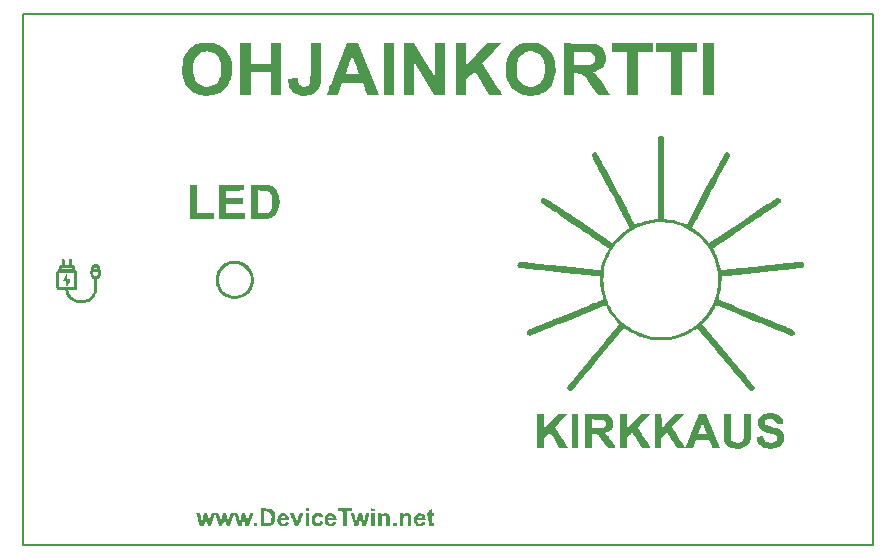
<source format=gto>
G04 #@! TF.GenerationSoftware,KiCad,Pcbnew,(6.0.7)*
G04 #@! TF.CreationDate,2022-10-12T09:28:52+03:00*
G04 #@! TF.ProjectId,ControlUnitFaceplateSilkscreen,436f6e74-726f-46c5-956e-697446616365,rev?*
G04 #@! TF.SameCoordinates,Original*
G04 #@! TF.FileFunction,Legend,Top*
G04 #@! TF.FilePolarity,Positive*
%FSLAX46Y46*%
G04 Gerber Fmt 4.6, Leading zero omitted, Abs format (unit mm)*
G04 Created by KiCad (PCBNEW (6.0.7)) date 2022-10-12 09:28:52*
%MOMM*%
%LPD*%
G01*
G04 APERTURE LIST*
G04 #@! TA.AperFunction,Profile*
%ADD10C,0.200000*%
G04 #@! TD*
G04 APERTURE END LIST*
D10*
X186596600Y-111374600D02*
X186596600Y-66374600D01*
X186596600Y-66374600D02*
X114596600Y-66374600D01*
X114596600Y-111374600D02*
X186596600Y-111374600D01*
X134096600Y-88874600D02*
G75*
G03*
X134096600Y-88874600I-1500000J0D01*
G01*
X173596600Y-88874600D02*
G75*
G03*
X173596600Y-88874600I-5000000J0D01*
G01*
X114596600Y-66374600D02*
X114596600Y-111374600D01*
G36*
X133900808Y-70575402D02*
G01*
X135631470Y-70575402D01*
X135631470Y-68870191D01*
X136522251Y-68870191D01*
X136522251Y-73222295D01*
X135631470Y-73222295D01*
X135631470Y-71313478D01*
X133900808Y-71313478D01*
X133900808Y-73222295D01*
X133035478Y-73222295D01*
X133035478Y-68870191D01*
X133900808Y-68870191D01*
X133900808Y-70575402D01*
G37*
G36*
X146066339Y-73222295D02*
G01*
X145175558Y-73222295D01*
X145175558Y-68870191D01*
X146066339Y-68870191D01*
X146066339Y-73222295D01*
G37*
G36*
X163498415Y-88740237D02*
G01*
X163493586Y-88656164D01*
X163486541Y-88605064D01*
X163481119Y-88594658D01*
X163442688Y-88591993D01*
X163357964Y-88584226D01*
X163230523Y-88571744D01*
X163063943Y-88554932D01*
X162861804Y-88534177D01*
X162627681Y-88509863D01*
X162365154Y-88482378D01*
X162077800Y-88452106D01*
X161769196Y-88419433D01*
X161442922Y-88384746D01*
X161102554Y-88348430D01*
X160751671Y-88310871D01*
X160393851Y-88272455D01*
X160032670Y-88233567D01*
X159671708Y-88194594D01*
X159314542Y-88155921D01*
X158964750Y-88117934D01*
X158625910Y-88081018D01*
X158301599Y-88045561D01*
X157995396Y-88011946D01*
X157710879Y-87980561D01*
X157451624Y-87951791D01*
X157221211Y-87926022D01*
X157023217Y-87903640D01*
X156861220Y-87885030D01*
X156738798Y-87870578D01*
X156659528Y-87860670D01*
X156626989Y-87855692D01*
X156626485Y-87855505D01*
X156551690Y-87790062D01*
X156511650Y-87701333D01*
X156505220Y-87602115D01*
X156531251Y-87505205D01*
X156588596Y-87423399D01*
X156669848Y-87371777D01*
X156701665Y-87370379D01*
X156777087Y-87374000D01*
X156896741Y-87382701D01*
X157061260Y-87396544D01*
X157271271Y-87415588D01*
X157527405Y-87439896D01*
X157830292Y-87469527D01*
X158180561Y-87504542D01*
X158578843Y-87545003D01*
X159025767Y-87590970D01*
X159521962Y-87642503D01*
X160068060Y-87699665D01*
X160114459Y-87704540D01*
X160524683Y-87747619D01*
X160921170Y-87789204D01*
X161300952Y-87828987D01*
X161661058Y-87866659D01*
X161998519Y-87901910D01*
X162310365Y-87934431D01*
X162593626Y-87963914D01*
X162845332Y-87990050D01*
X163062515Y-88012529D01*
X163242204Y-88031043D01*
X163381429Y-88045282D01*
X163477222Y-88054939D01*
X163526611Y-88059703D01*
X163532805Y-88060171D01*
X163556242Y-88034823D01*
X163582079Y-87959060D01*
X163610174Y-87833306D01*
X163611376Y-87827065D01*
X163676171Y-87551748D01*
X163767024Y-87254999D01*
X163877417Y-86954496D01*
X164000833Y-86667921D01*
X164130754Y-86412952D01*
X164136303Y-86403115D01*
X164182922Y-86318853D01*
X164216780Y-86253803D01*
X164232413Y-86218608D01*
X164232631Y-86215350D01*
X164210919Y-86200626D01*
X164150263Y-86159644D01*
X164053923Y-86094604D01*
X163925160Y-86007706D01*
X163767232Y-85901150D01*
X163583401Y-85777134D01*
X163376927Y-85637858D01*
X163151069Y-85485522D01*
X162909088Y-85322325D01*
X162654244Y-85150466D01*
X162622151Y-85128825D01*
X162132395Y-84798581D01*
X161683076Y-84495615D01*
X161272445Y-84218721D01*
X160898754Y-83966690D01*
X160560256Y-83738316D01*
X160255203Y-83532389D01*
X159981847Y-83347704D01*
X159738439Y-83183051D01*
X159523232Y-83037224D01*
X159334478Y-82909015D01*
X159170428Y-82797216D01*
X159029336Y-82700619D01*
X158909453Y-82618018D01*
X158809031Y-82548204D01*
X158726322Y-82489969D01*
X158659578Y-82442107D01*
X158607051Y-82403410D01*
X158566994Y-82372669D01*
X158537658Y-82348677D01*
X158517295Y-82330228D01*
X158504158Y-82316112D01*
X158496499Y-82305123D01*
X158492569Y-82296053D01*
X158490621Y-82287694D01*
X158488906Y-82278838D01*
X158486986Y-82271930D01*
X158477191Y-82167187D01*
X158509324Y-82063934D01*
X158577020Y-81979755D01*
X158598444Y-81963954D01*
X158618856Y-81950389D01*
X158638346Y-81938870D01*
X158659076Y-81930717D01*
X158683206Y-81927254D01*
X158712897Y-81929801D01*
X158750309Y-81939680D01*
X158797603Y-81958213D01*
X158856939Y-81986720D01*
X158930478Y-82026523D01*
X159020381Y-82078945D01*
X159128808Y-82145305D01*
X159257920Y-82226927D01*
X159409877Y-82325131D01*
X159586840Y-82441239D01*
X159790969Y-82576572D01*
X160024425Y-82732452D01*
X160289369Y-82910200D01*
X160587962Y-83111138D01*
X160922363Y-83336588D01*
X161294733Y-83587870D01*
X161693193Y-83856830D01*
X164530969Y-85772255D01*
X164604094Y-85688207D01*
X164806956Y-85459993D01*
X164989742Y-85265964D01*
X165160944Y-85098179D01*
X165329054Y-84948693D01*
X165502564Y-84809565D01*
X165688911Y-84673592D01*
X165786708Y-84605045D01*
X165871533Y-84545592D01*
X165933214Y-84502363D01*
X165959423Y-84483997D01*
X165961223Y-84473584D01*
X165954699Y-84448867D01*
X165938808Y-84407825D01*
X165912507Y-84348435D01*
X165874755Y-84268678D01*
X165824509Y-84166532D01*
X165760728Y-84039975D01*
X165682369Y-83886987D01*
X165588389Y-83705547D01*
X165477747Y-83493633D01*
X165349401Y-83249225D01*
X165202307Y-82970300D01*
X165035425Y-82654839D01*
X164847712Y-82300819D01*
X164638125Y-81906220D01*
X164405623Y-81469021D01*
X164378031Y-81417163D01*
X164146944Y-80982756D01*
X163938706Y-80590986D01*
X163752164Y-80239604D01*
X163586164Y-79926361D01*
X163439552Y-79649007D01*
X163311175Y-79405292D01*
X163199879Y-79192967D01*
X163104510Y-79009783D01*
X163023915Y-78853489D01*
X162956941Y-78721836D01*
X162902432Y-78612575D01*
X162859237Y-78523456D01*
X162826202Y-78452230D01*
X162802171Y-78396646D01*
X162785994Y-78354456D01*
X162776514Y-78323410D01*
X162772579Y-78301258D01*
X162772832Y-78287025D01*
X162808349Y-78189603D01*
X162875584Y-78115879D01*
X162962716Y-78070130D01*
X163057922Y-78056633D01*
X163149382Y-78079664D01*
X163212533Y-78127957D01*
X163231970Y-78158659D01*
X163273771Y-78231645D01*
X163336479Y-78344215D01*
X163418637Y-78493670D01*
X163518787Y-78677309D01*
X163635472Y-78892433D01*
X163767234Y-79136343D01*
X163912615Y-79406338D01*
X164070159Y-79699719D01*
X164238407Y-80013787D01*
X164415902Y-80345842D01*
X164601187Y-80693184D01*
X164792804Y-81053113D01*
X164857982Y-81175702D01*
X165050732Y-81538312D01*
X165237052Y-81888737D01*
X165415529Y-82224323D01*
X165584752Y-82542422D01*
X165743307Y-82840380D01*
X165889783Y-83115546D01*
X166022768Y-83365269D01*
X166140850Y-83586898D01*
X166242617Y-83777781D01*
X166326656Y-83935267D01*
X166391556Y-84056704D01*
X166435904Y-84139440D01*
X166458289Y-84180825D01*
X166460693Y-84185082D01*
X166485312Y-84200114D01*
X166532014Y-84188667D01*
X166578771Y-84166691D01*
X166715133Y-84106298D01*
X166890313Y-84042577D01*
X167092645Y-83978678D01*
X167310459Y-83917749D01*
X167532086Y-83862937D01*
X167745859Y-83817391D01*
X167940107Y-83784259D01*
X168043193Y-83771573D01*
X168145563Y-83760659D01*
X168243532Y-83749050D01*
X168291339Y-83742708D01*
X168386780Y-83729044D01*
X168386780Y-76806957D01*
X168461175Y-76732562D01*
X168551388Y-76674644D01*
X168656010Y-76656737D01*
X168758096Y-76680530D01*
X168791020Y-76699670D01*
X168809255Y-76711889D01*
X168825706Y-76723411D01*
X168840464Y-76736784D01*
X168853622Y-76754561D01*
X168865271Y-76779290D01*
X168875502Y-76813522D01*
X168884407Y-76859808D01*
X168892079Y-76920697D01*
X168898609Y-76998741D01*
X168904087Y-77096489D01*
X168908608Y-77216491D01*
X168912261Y-77361299D01*
X168915138Y-77533462D01*
X168917332Y-77735530D01*
X168918934Y-77970054D01*
X168920036Y-78239585D01*
X168920729Y-78546672D01*
X168921106Y-78893866D01*
X168921257Y-79283717D01*
X168921275Y-79718775D01*
X168921251Y-80201591D01*
X168921249Y-80321126D01*
X168921249Y-83731211D01*
X169003965Y-83743263D01*
X169065403Y-83751494D01*
X169161328Y-83763539D01*
X169275657Y-83777397D01*
X169336392Y-83784581D01*
X169715035Y-83847930D01*
X170113983Y-83950706D01*
X170524500Y-84090530D01*
X170666182Y-84146506D01*
X170820433Y-84209605D01*
X172409569Y-81216501D01*
X172626878Y-80807717D01*
X172833467Y-80420119D01*
X173028227Y-80055750D01*
X173210049Y-79716655D01*
X173377824Y-79404877D01*
X173530443Y-79122460D01*
X173666796Y-78871447D01*
X173785775Y-78653881D01*
X173886270Y-78471806D01*
X173967173Y-78327266D01*
X174027375Y-78222305D01*
X174065765Y-78158965D01*
X174078874Y-78140682D01*
X174145496Y-78084059D01*
X174212018Y-78060978D01*
X174257031Y-78058533D01*
X174366996Y-78082087D01*
X174453386Y-78145249D01*
X174507093Y-78238823D01*
X174520448Y-78324468D01*
X174508596Y-78355568D01*
X174473776Y-78429398D01*
X174417092Y-78543838D01*
X174339647Y-78696768D01*
X174242544Y-78886067D01*
X174126887Y-79109615D01*
X173993779Y-79365292D01*
X173844324Y-79650979D01*
X173679625Y-79964553D01*
X173500786Y-80303896D01*
X173308910Y-80666887D01*
X173105100Y-81051406D01*
X172917341Y-81404800D01*
X172723472Y-81769377D01*
X172536213Y-82121663D01*
X172356954Y-82459036D01*
X172187088Y-82778873D01*
X172028002Y-83078551D01*
X171881089Y-83355449D01*
X171747738Y-83606943D01*
X171629340Y-83830410D01*
X171527285Y-84023229D01*
X171442963Y-84182777D01*
X171377765Y-84306430D01*
X171333082Y-84391567D01*
X171310303Y-84435565D01*
X171307571Y-84441235D01*
X171324483Y-84463928D01*
X171375411Y-84507529D01*
X171451772Y-84565089D01*
X171517241Y-84610973D01*
X171813244Y-84830982D01*
X172110045Y-85085864D01*
X172392844Y-85362041D01*
X172646845Y-85645935D01*
X172652295Y-85652526D01*
X172755235Y-85777245D01*
X175565747Y-83881348D01*
X175907564Y-83650826D01*
X176238292Y-83427899D01*
X176555420Y-83214254D01*
X176856435Y-83011577D01*
X177138828Y-82821555D01*
X177400085Y-82645877D01*
X177637697Y-82486228D01*
X177849152Y-82344296D01*
X178031937Y-82221768D01*
X178183543Y-82120330D01*
X178301458Y-82041671D01*
X178383170Y-81987477D01*
X178426168Y-81959434D01*
X178431851Y-81955977D01*
X178536846Y-81925175D01*
X178639067Y-81945026D01*
X178737386Y-82015309D01*
X178738373Y-82016293D01*
X178792570Y-82075880D01*
X178816131Y-82124188D01*
X178817511Y-82182539D01*
X178814468Y-82208173D01*
X178798028Y-82283420D01*
X178774664Y-82340516D01*
X178769179Y-82348335D01*
X178744572Y-82366972D01*
X178680234Y-82412332D01*
X178578660Y-82482716D01*
X178442349Y-82576426D01*
X178273795Y-82691762D01*
X178075497Y-82827028D01*
X177849950Y-82980523D01*
X177599652Y-83150550D01*
X177327098Y-83335410D01*
X177034786Y-83533405D01*
X176725213Y-83742835D01*
X176400874Y-83962003D01*
X176064267Y-84189210D01*
X175948203Y-84267495D01*
X175607752Y-84497110D01*
X175278498Y-84719217D01*
X174962954Y-84932119D01*
X174663636Y-85134116D01*
X174383058Y-85323511D01*
X174123734Y-85498606D01*
X173888180Y-85657700D01*
X173678910Y-85799097D01*
X173498437Y-85921098D01*
X173349278Y-86022004D01*
X173233946Y-86100116D01*
X173154956Y-86153738D01*
X173114823Y-86181169D01*
X173110520Y-86184194D01*
X173093372Y-86199798D01*
X173085872Y-86220262D01*
X173090438Y-86252879D01*
X173109488Y-86304940D01*
X173145440Y-86383738D01*
X173200712Y-86496563D01*
X173240634Y-86576587D01*
X173372566Y-86864124D01*
X173491806Y-87170168D01*
X173592029Y-87476761D01*
X173666912Y-87765942D01*
X173677945Y-87818388D01*
X173706638Y-87941957D01*
X173733741Y-88021522D01*
X173758125Y-88053818D01*
X173759596Y-88054204D01*
X173788775Y-88052404D01*
X173865601Y-88045543D01*
X173987102Y-88033925D01*
X174150307Y-88017853D01*
X174352244Y-87997633D01*
X174589942Y-87973567D01*
X174860429Y-87945959D01*
X175160734Y-87915112D01*
X175487884Y-87881332D01*
X175838910Y-87844920D01*
X176210838Y-87806182D01*
X176600698Y-87765420D01*
X177005519Y-87722939D01*
X177178999Y-87704688D01*
X177661277Y-87653927D01*
X178095531Y-87608279D01*
X178484354Y-87567512D01*
X178830344Y-87531393D01*
X179136095Y-87499688D01*
X179404202Y-87472163D01*
X179637261Y-87448587D01*
X179837867Y-87428725D01*
X180008615Y-87412344D01*
X180152101Y-87399212D01*
X180270920Y-87389094D01*
X180367668Y-87381759D01*
X180444940Y-87376971D01*
X180505330Y-87374499D01*
X180551435Y-87374109D01*
X180585850Y-87375569D01*
X180611170Y-87378643D01*
X180629990Y-87383100D01*
X180644906Y-87388707D01*
X180653047Y-87392519D01*
X180734497Y-87456299D01*
X180784895Y-87544531D01*
X180798315Y-87641988D01*
X180778833Y-87715573D01*
X180768869Y-87737607D01*
X180760057Y-87757457D01*
X180749862Y-87775498D01*
X180735751Y-87792101D01*
X180715190Y-87807638D01*
X180685645Y-87822484D01*
X180644582Y-87837010D01*
X180589466Y-87851590D01*
X180517765Y-87866596D01*
X180426944Y-87882400D01*
X180314470Y-87899376D01*
X180177808Y-87917896D01*
X180014424Y-87938334D01*
X179821785Y-87961061D01*
X179597356Y-87986450D01*
X179338604Y-88014875D01*
X179042995Y-88046708D01*
X178707995Y-88082322D01*
X178331070Y-88122089D01*
X177909686Y-88166382D01*
X177441309Y-88215574D01*
X177225873Y-88238216D01*
X176815454Y-88281346D01*
X176418863Y-88322983D01*
X176039059Y-88362817D01*
X175679001Y-88400541D01*
X175341648Y-88435845D01*
X175029958Y-88468421D01*
X174746892Y-88497960D01*
X174495407Y-88524154D01*
X174278462Y-88546694D01*
X174099017Y-88565271D01*
X173960029Y-88579577D01*
X173864459Y-88589303D01*
X173815265Y-88594140D01*
X173809089Y-88594640D01*
X173796700Y-88619601D01*
X173788016Y-88692765D01*
X173783257Y-88811553D01*
X173782371Y-88911473D01*
X173773331Y-89177580D01*
X173747722Y-89462122D01*
X173707808Y-89750626D01*
X173655857Y-90028621D01*
X173594134Y-90281636D01*
X173541474Y-90450043D01*
X173507566Y-90546149D01*
X173829488Y-90676115D01*
X174542895Y-90964166D01*
X175209452Y-91233372D01*
X175829533Y-91483885D01*
X176403513Y-91715855D01*
X176931765Y-91929436D01*
X177414664Y-92124778D01*
X177852584Y-92302033D01*
X178245900Y-92461353D01*
X178594984Y-92602890D01*
X178900212Y-92726795D01*
X179161958Y-92833220D01*
X179380595Y-92922316D01*
X179556499Y-92994236D01*
X179690042Y-93049130D01*
X179781600Y-93087152D01*
X179831547Y-93108451D01*
X179840569Y-93112632D01*
X179928573Y-93181256D01*
X179977634Y-93268125D01*
X179990203Y-93362734D01*
X179968730Y-93454577D01*
X179915666Y-93533151D01*
X179833462Y-93587949D01*
X179724902Y-93608468D01*
X179690231Y-93599113D01*
X179612599Y-93572124D01*
X179496165Y-93529114D01*
X179345089Y-93471694D01*
X179163534Y-93401476D01*
X178955659Y-93320074D01*
X178725624Y-93229100D01*
X178477592Y-93130165D01*
X178215721Y-93024882D01*
X178139319Y-92994014D01*
X177828550Y-92868331D01*
X177480782Y-92727705D01*
X177106213Y-92576259D01*
X176715043Y-92418117D01*
X176317468Y-92257400D01*
X175923688Y-92098231D01*
X175543901Y-91944733D01*
X175188304Y-91801029D01*
X174966353Y-91711345D01*
X173312560Y-91043128D01*
X173190807Y-91273633D01*
X172953874Y-91677739D01*
X172685309Y-92049690D01*
X172376164Y-92401741D01*
X172339325Y-92439749D01*
X172150611Y-92632654D01*
X174366291Y-95272896D01*
X174680402Y-95647242D01*
X174963381Y-95984629D01*
X175216850Y-96287065D01*
X175442429Y-96556556D01*
X175641740Y-96795108D01*
X175816404Y-97004728D01*
X175968043Y-97187423D01*
X176098278Y-97345198D01*
X176208730Y-97480060D01*
X176301021Y-97594016D01*
X176376771Y-97689072D01*
X176437603Y-97767234D01*
X176485137Y-97830509D01*
X176520994Y-97880903D01*
X176546797Y-97920423D01*
X176564166Y-97951075D01*
X176574723Y-97974866D01*
X176580089Y-97993801D01*
X176581885Y-98009889D01*
X176581971Y-98014881D01*
X176569725Y-98123880D01*
X176528531Y-98199665D01*
X176455226Y-98252994D01*
X176349471Y-98287908D01*
X176251989Y-98274840D01*
X176179356Y-98234169D01*
X176153539Y-98207914D01*
X176097100Y-98144930D01*
X176012033Y-98047566D01*
X175900333Y-97918171D01*
X175763996Y-97759093D01*
X175605015Y-97572682D01*
X175425386Y-97361287D01*
X175227105Y-97127255D01*
X175012165Y-96872937D01*
X174782562Y-96600680D01*
X174540291Y-96312835D01*
X174287347Y-96011749D01*
X174025725Y-95699772D01*
X173947484Y-95606364D01*
X173684555Y-95292501D01*
X173430375Y-94989307D01*
X173186884Y-94699085D01*
X172956022Y-94424140D01*
X172739730Y-94166774D01*
X172539948Y-93929291D01*
X172358616Y-93713994D01*
X172197676Y-93523188D01*
X172059067Y-93359174D01*
X171944731Y-93224258D01*
X171856607Y-93120742D01*
X171796636Y-93050929D01*
X171766759Y-93017124D01*
X171763872Y-93014288D01*
X171727250Y-93018258D01*
X171653635Y-93053545D01*
X171545239Y-93119003D01*
X171482888Y-93159877D01*
X171145459Y-93363462D01*
X170773870Y-93548281D01*
X170383374Y-93707772D01*
X169989230Y-93835375D01*
X169797342Y-93884751D01*
X169313733Y-93972037D01*
X168822682Y-94010806D01*
X168329033Y-94001937D01*
X167837629Y-93946310D01*
X167353313Y-93844804D01*
X166880927Y-93698300D01*
X166425316Y-93507677D01*
X165991321Y-93273814D01*
X165814086Y-93161199D01*
X165543965Y-92981165D01*
X163346618Y-95599990D01*
X163080424Y-95917056D01*
X162822701Y-96223668D01*
X162575395Y-96517528D01*
X162340452Y-96796340D01*
X162119817Y-97057806D01*
X161915436Y-97299630D01*
X161729255Y-97519513D01*
X161563221Y-97715160D01*
X161419279Y-97884272D01*
X161299375Y-98024553D01*
X161205455Y-98133705D01*
X161139465Y-98209432D01*
X161103351Y-98249436D01*
X161097432Y-98255125D01*
X161012648Y-98286518D01*
X160912602Y-98282835D01*
X160823434Y-98247859D01*
X160746329Y-98173175D01*
X160706217Y-98076293D01*
X160706333Y-97972046D01*
X160743966Y-97883520D01*
X160764309Y-97858139D01*
X160814995Y-97796601D01*
X160893650Y-97701740D01*
X160997900Y-97576393D01*
X161125372Y-97423396D01*
X161273690Y-97245584D01*
X161440480Y-97045795D01*
X161623369Y-96826863D01*
X161819982Y-96591625D01*
X162027945Y-96342916D01*
X162244884Y-96083574D01*
X162468425Y-95816433D01*
X162696193Y-95544329D01*
X162925814Y-95270100D01*
X163154914Y-94996580D01*
X163381119Y-94726606D01*
X163602055Y-94463014D01*
X163815347Y-94208640D01*
X164018621Y-93966319D01*
X164209504Y-93738888D01*
X164385621Y-93529182D01*
X164544597Y-93340038D01*
X164684059Y-93174292D01*
X164801632Y-93034780D01*
X164894943Y-92924337D01*
X164945890Y-92864270D01*
X165135062Y-92641815D01*
X164923797Y-92418879D01*
X164728262Y-92201569D01*
X164549320Y-91977995D01*
X164379112Y-91737123D01*
X164209780Y-91467918D01*
X164056761Y-91201545D01*
X163971049Y-91047028D01*
X160802411Y-92327608D01*
X160377674Y-92499021D01*
X159973975Y-92661466D01*
X159593516Y-92814074D01*
X159238502Y-92955976D01*
X158911135Y-93086304D01*
X158613617Y-93204191D01*
X158348153Y-93308767D01*
X158116944Y-93399165D01*
X157922195Y-93474515D01*
X157766107Y-93533951D01*
X157650884Y-93576603D01*
X157578729Y-93601604D01*
X157553012Y-93608328D01*
X157463867Y-93586187D01*
X157380183Y-93529062D01*
X157319790Y-93451344D01*
X157303340Y-93406809D01*
X157303317Y-93324680D01*
X157329277Y-93235760D01*
X157373042Y-93161225D01*
X157410871Y-93128417D01*
X157440814Y-93115429D01*
X157514734Y-93084703D01*
X157629405Y-93037551D01*
X157781604Y-92975286D01*
X157968103Y-92899218D01*
X158185678Y-92810661D01*
X158431103Y-92710926D01*
X158701152Y-92601325D01*
X158992602Y-92483171D01*
X159302225Y-92357775D01*
X159626796Y-92226449D01*
X159849949Y-92136229D01*
X160353740Y-91932607D01*
X160812449Y-91747200D01*
X161228186Y-91579153D01*
X161603064Y-91427610D01*
X161939194Y-91291714D01*
X162238688Y-91170610D01*
X162503657Y-91063441D01*
X162736213Y-90969352D01*
X162938467Y-90887487D01*
X163112530Y-90816989D01*
X163260515Y-90757003D01*
X163384533Y-90706673D01*
X163486695Y-90665142D01*
X163569113Y-90631555D01*
X163633898Y-90605055D01*
X163683162Y-90584787D01*
X163719017Y-90569895D01*
X163743573Y-90559523D01*
X163758943Y-90552814D01*
X163767238Y-90548913D01*
X163770569Y-90546964D01*
X163770804Y-90546755D01*
X163767136Y-90520937D01*
X163751120Y-90458481D01*
X163725879Y-90371239D01*
X163716311Y-90339854D01*
X163632600Y-90020617D01*
X163567143Y-89671154D01*
X163522578Y-89309688D01*
X163501540Y-88954438D01*
X163500954Y-88906968D01*
X163784426Y-88906968D01*
X163787998Y-89146229D01*
X163799401Y-89364511D01*
X163817691Y-89539303D01*
X163847329Y-89717890D01*
X163886252Y-89908110D01*
X163931519Y-90098767D01*
X163980190Y-90278663D01*
X164029325Y-90436601D01*
X164075981Y-90561383D01*
X164099172Y-90611156D01*
X164134875Y-90686615D01*
X164157608Y-90748019D01*
X164161931Y-90770457D01*
X164174195Y-90813368D01*
X164207795Y-90890918D01*
X164257939Y-90994063D01*
X164319833Y-91113759D01*
X164388688Y-91240960D01*
X164459710Y-91366622D01*
X164528109Y-91481699D01*
X164589092Y-91577147D01*
X164590057Y-91578577D01*
X164842598Y-91916392D01*
X165134317Y-92243733D01*
X165453505Y-92548810D01*
X165788455Y-92819835D01*
X165905866Y-92903520D01*
X166280953Y-93133696D01*
X166688742Y-93333055D01*
X167118568Y-93497426D01*
X167559766Y-93622642D01*
X167928664Y-93694108D01*
X168090207Y-93712206D01*
X168288078Y-93724485D01*
X168508034Y-93730912D01*
X168735832Y-93731456D01*
X168957229Y-93726084D01*
X169157980Y-93714763D01*
X169323844Y-93697462D01*
X169325153Y-93697277D01*
X169797672Y-93605289D01*
X170262995Y-93465948D01*
X170713124Y-93282303D01*
X171140059Y-93057406D01*
X171350903Y-92924729D01*
X171647027Y-92706330D01*
X171941874Y-92450205D01*
X172223736Y-92168174D01*
X172480909Y-91872060D01*
X172701687Y-91573683D01*
X172727840Y-91534219D01*
X172790531Y-91433524D01*
X172858904Y-91315963D01*
X172928126Y-91190802D01*
X172993368Y-91067304D01*
X173049798Y-90954737D01*
X173092585Y-90862364D01*
X173116899Y-90799451D01*
X173120648Y-90780834D01*
X173132008Y-90739141D01*
X173161111Y-90671422D01*
X173185055Y-90623849D01*
X173227467Y-90527245D01*
X173274587Y-90391656D01*
X173323364Y-90228407D01*
X173370748Y-90048819D01*
X173413687Y-89864215D01*
X173449130Y-89685919D01*
X173466754Y-89578428D01*
X173494242Y-89325664D01*
X173508531Y-89042624D01*
X173509380Y-88748257D01*
X173496547Y-88461510D01*
X173482921Y-88307843D01*
X173452621Y-88095376D01*
X173406374Y-87858293D01*
X173348480Y-87614328D01*
X173283241Y-87381216D01*
X173214957Y-87176692D01*
X173197563Y-87131213D01*
X173144582Y-87005029D01*
X173079017Y-86860752D01*
X173007119Y-86711034D01*
X172935142Y-86568528D01*
X172869338Y-86445887D01*
X172815958Y-86355765D01*
X172809682Y-86346239D01*
X172770299Y-86287666D01*
X172711881Y-86200855D01*
X172643837Y-86099784D01*
X172603351Y-86039668D01*
X172508804Y-85911696D01*
X172384698Y-85761902D01*
X172240840Y-85600739D01*
X172087034Y-85438659D01*
X171933084Y-85286114D01*
X171788795Y-85153555D01*
X171709494Y-85086799D01*
X171316532Y-84802731D01*
X170894149Y-84557554D01*
X170448627Y-84353994D01*
X169986245Y-84194775D01*
X169513284Y-84082624D01*
X169325153Y-84051923D01*
X169136922Y-84032102D01*
X168914952Y-84019839D01*
X168675130Y-84015123D01*
X168433342Y-84017945D01*
X168205475Y-84028294D01*
X168007417Y-84046160D01*
X167957381Y-84052810D01*
X167467918Y-84149253D01*
X166995423Y-84293020D01*
X166542503Y-84482601D01*
X166111766Y-84716487D01*
X165705819Y-84993167D01*
X165327271Y-85311131D01*
X164978730Y-85668869D01*
X164802829Y-85879424D01*
X164736252Y-85965513D01*
X164683630Y-86037207D01*
X164651799Y-86084979D01*
X164645498Y-86098619D01*
X164630869Y-86128806D01*
X164593617Y-86182998D01*
X164567315Y-86217284D01*
X164452724Y-86382703D01*
X164336664Y-86589289D01*
X164222922Y-86827579D01*
X164115285Y-87088110D01*
X164017538Y-87361419D01*
X163933470Y-87638043D01*
X163866867Y-87908519D01*
X163843559Y-88025942D01*
X163818251Y-88206216D01*
X163799797Y-88422672D01*
X163788440Y-88661019D01*
X163784426Y-88906968D01*
X163500954Y-88906968D01*
X163500207Y-88846452D01*
X163498415Y-88740237D01*
G37*
G36*
X129370548Y-83249951D02*
G01*
X130821249Y-83249951D01*
X130821249Y-83733518D01*
X128759726Y-83733518D01*
X128759726Y-80857566D01*
X129370548Y-80857566D01*
X129370548Y-83249951D01*
G37*
G36*
X171295317Y-101674482D02*
G01*
X171299863Y-101662782D01*
X171858738Y-100224261D01*
X172176132Y-100231344D01*
X172493525Y-100238428D01*
X173651531Y-103114380D01*
X173355758Y-103121592D01*
X173236394Y-103123547D01*
X173134881Y-103123427D01*
X173062531Y-103121361D01*
X173031457Y-103117858D01*
X173012321Y-103091214D01*
X172979891Y-103025895D01*
X172938330Y-102931042D01*
X172891803Y-102815794D01*
X172880371Y-102786146D01*
X172757812Y-102465382D01*
X171597251Y-102465382D01*
X171547439Y-102598999D01*
X171513681Y-102690847D01*
X171471768Y-102806689D01*
X171430393Y-102922488D01*
X171427781Y-102929861D01*
X171357935Y-103127105D01*
X169969626Y-103127105D01*
X169594688Y-102484470D01*
X169497927Y-102319284D01*
X169408282Y-102167498D01*
X169329263Y-102034960D01*
X169264384Y-101927518D01*
X169217156Y-101851022D01*
X169191092Y-101811319D01*
X169188379Y-101807917D01*
X169169247Y-101799858D01*
X169138877Y-101811985D01*
X169091537Y-101848734D01*
X169021497Y-101914539D01*
X168925281Y-102011525D01*
X168693554Y-102249049D01*
X168692872Y-102688077D01*
X168692191Y-103127105D01*
X168106820Y-103127105D01*
X168106820Y-100225702D01*
X168691317Y-100225702D01*
X168698117Y-100857509D01*
X168704916Y-101489315D01*
X169285766Y-100857509D01*
X169866615Y-100225702D01*
X170657402Y-100225702D01*
X170117691Y-100784768D01*
X169577980Y-101343833D01*
X169663192Y-101479560D01*
X169727108Y-101580427D01*
X169807201Y-101705345D01*
X169899874Y-101848838D01*
X170001530Y-102005430D01*
X170108573Y-102169644D01*
X170217406Y-102336003D01*
X170324434Y-102499033D01*
X170426059Y-102653255D01*
X170518685Y-102793194D01*
X170598715Y-102913373D01*
X170662554Y-103008315D01*
X170706604Y-103072545D01*
X170727270Y-103100586D01*
X170728263Y-103101370D01*
X170739491Y-103078299D01*
X170767448Y-103011833D01*
X170810513Y-102906055D01*
X170867064Y-102765048D01*
X170935478Y-102592894D01*
X171014132Y-102393678D01*
X171101405Y-102171482D01*
X171193228Y-101936646D01*
X171797201Y-101936646D01*
X171821183Y-101943513D01*
X171887259Y-101949339D01*
X171986624Y-101953670D01*
X172110475Y-101956048D01*
X172178324Y-101956364D01*
X172559448Y-101956364D01*
X172482598Y-101746394D01*
X172402078Y-101527512D01*
X172330957Y-101336428D01*
X172270639Y-101176797D01*
X172222527Y-101052274D01*
X172188024Y-100966514D01*
X172168533Y-100923173D01*
X172164828Y-100918576D01*
X172153641Y-100944380D01*
X172128624Y-101009516D01*
X172092905Y-101105322D01*
X172049611Y-101223136D01*
X172001870Y-101354296D01*
X171952811Y-101490140D01*
X171905561Y-101622006D01*
X171863248Y-101741232D01*
X171829000Y-101839156D01*
X171805944Y-101907116D01*
X171797209Y-101936451D01*
X171797201Y-101936646D01*
X171193228Y-101936646D01*
X171195675Y-101930389D01*
X171295317Y-101674482D01*
G37*
G36*
X141216361Y-71023940D02*
G01*
X141220065Y-71014430D01*
X142055049Y-68870191D01*
X142527277Y-68870556D01*
X142999506Y-68870921D01*
X144737834Y-73222295D01*
X143780037Y-73222295D01*
X143659652Y-72910522D01*
X143606492Y-72773058D01*
X143552382Y-72633500D01*
X143503886Y-72508754D01*
X143469473Y-72420592D01*
X143399679Y-72242436D01*
X141653888Y-72242436D01*
X141476361Y-72732366D01*
X141298834Y-73222295D01*
X140829363Y-73222295D01*
X140657483Y-73221554D01*
X140531206Y-73219084D01*
X140445253Y-73214519D01*
X140394344Y-73207491D01*
X140373198Y-73197631D01*
X140372486Y-73190482D01*
X140383384Y-73162574D01*
X140411425Y-73090639D01*
X140455282Y-72978082D01*
X140513630Y-72828310D01*
X140585141Y-72644728D01*
X140668490Y-72430741D01*
X140762349Y-72189756D01*
X140865392Y-71925177D01*
X140976293Y-71640411D01*
X141041665Y-71472546D01*
X141943207Y-71472546D01*
X141967498Y-71477976D01*
X142035582Y-71482805D01*
X142140353Y-71486802D01*
X142274701Y-71489734D01*
X142431521Y-71491370D01*
X142528445Y-71491634D01*
X143113597Y-71491634D01*
X143054031Y-71332566D01*
X143028947Y-71265286D01*
X142989317Y-71158632D01*
X142938246Y-71020973D01*
X142878837Y-70860679D01*
X142814193Y-70686118D01*
X142756898Y-70531288D01*
X142694068Y-70362108D01*
X142637127Y-70210056D01*
X142588395Y-70081226D01*
X142550191Y-69981710D01*
X142524836Y-69917599D01*
X142514649Y-69894988D01*
X142514601Y-69895015D01*
X142503956Y-69920929D01*
X142478666Y-69987816D01*
X142441232Y-70088770D01*
X142394156Y-70216885D01*
X142339940Y-70365256D01*
X142281084Y-70526975D01*
X142220091Y-70695137D01*
X142159461Y-70862836D01*
X142101696Y-71023166D01*
X142049298Y-71169222D01*
X142004768Y-71294096D01*
X141970606Y-71390883D01*
X141949316Y-71452678D01*
X141943207Y-71472546D01*
X141041665Y-71472546D01*
X141093725Y-71338864D01*
X141216361Y-71023940D01*
G37*
G36*
X147281784Y-108646240D02*
G01*
X147399322Y-108706306D01*
X147422725Y-108725523D01*
X147504315Y-108798367D01*
X147512285Y-109258628D01*
X147520254Y-109718889D01*
X147237081Y-109718889D01*
X147237081Y-109342788D01*
X147235545Y-109172730D01*
X147229374Y-109046977D01*
X147216225Y-108958983D01*
X147193755Y-108902202D01*
X147159619Y-108870090D01*
X147111474Y-108856100D01*
X147061918Y-108853558D01*
X146972644Y-108868818D01*
X146904293Y-108919193D01*
X146879993Y-108947813D01*
X146862767Y-108979532D01*
X146851113Y-109023572D01*
X146843529Y-109089154D01*
X146838515Y-109185501D01*
X146834568Y-109321835D01*
X146833843Y-109351858D01*
X146825094Y-109718889D01*
X146549906Y-109718889D01*
X146549906Y-108649951D01*
X146677161Y-108649951D01*
X146752685Y-108652014D01*
X146790363Y-108662541D01*
X146803210Y-108688043D01*
X146804415Y-108713578D01*
X146808599Y-108760916D01*
X146826822Y-108772593D01*
X146867598Y-108748689D01*
X146909657Y-108714591D01*
X147023299Y-108650091D01*
X147151892Y-108627404D01*
X147281784Y-108646240D01*
G37*
G36*
X145398295Y-108631070D02*
G01*
X145511826Y-108668469D01*
X145604412Y-108742489D01*
X145633022Y-108782036D01*
X145652185Y-108818041D01*
X145665938Y-108859175D01*
X145675161Y-108914169D01*
X145680733Y-108991756D01*
X145683534Y-109100667D01*
X145684445Y-109249634D01*
X145684481Y-109292586D01*
X145684576Y-109718889D01*
X145408199Y-109718889D01*
X145400045Y-109322295D01*
X145396386Y-109170382D01*
X145391932Y-109061281D01*
X145385606Y-108986904D01*
X145376332Y-108939162D01*
X145363034Y-108909967D01*
X145344635Y-108891230D01*
X145342487Y-108889629D01*
X145256226Y-108855429D01*
X145162643Y-108863179D01*
X145080091Y-108910877D01*
X145071828Y-108919158D01*
X145047538Y-108947725D01*
X145030335Y-108979331D01*
X145018731Y-109023195D01*
X145011233Y-109088536D01*
X145006353Y-109184573D01*
X145002600Y-109320527D01*
X145001887Y-109351823D01*
X144993646Y-109718889D01*
X144717442Y-109718889D01*
X144717442Y-108649951D01*
X144844696Y-108649951D01*
X144920010Y-108651498D01*
X144957564Y-108661726D01*
X144970498Y-108689008D01*
X144971951Y-108731065D01*
X144971951Y-108812179D01*
X145041941Y-108745410D01*
X145152362Y-108668860D01*
X145274810Y-108630973D01*
X145398295Y-108631070D01*
G37*
G36*
X118366252Y-88383959D02*
G01*
X118383445Y-88437804D01*
X118393084Y-88536614D01*
X118395817Y-88599934D01*
X118403151Y-88820989D01*
X118523072Y-88828706D01*
X118587589Y-88836547D01*
X118626517Y-88854501D01*
X118639715Y-88889132D01*
X118627043Y-88947005D01*
X118588362Y-89034683D01*
X118523532Y-89158730D01*
X118515738Y-89173144D01*
X118447706Y-89294264D01*
X118396622Y-89373526D01*
X118358662Y-89415546D01*
X118330002Y-89424936D01*
X118314619Y-89415799D01*
X118307816Y-89385114D01*
X118302583Y-89316052D01*
X118299715Y-89221134D01*
X118299405Y-89175769D01*
X118299405Y-88950953D01*
X118174874Y-88950953D01*
X118086433Y-88943829D01*
X118041051Y-88923326D01*
X118037361Y-88917123D01*
X118043973Y-88882625D01*
X118071689Y-88814273D01*
X118115990Y-88722193D01*
X118168255Y-88623884D01*
X118242508Y-88495042D01*
X118298469Y-88412296D01*
X118338822Y-88375362D01*
X118366252Y-88383959D01*
G37*
G36*
X178059267Y-100178994D02*
G01*
X178199475Y-100189084D01*
X178292291Y-100203018D01*
X178434360Y-100246217D01*
X178578600Y-100312927D01*
X178707264Y-100393599D01*
X178800885Y-100476711D01*
X178885548Y-100597366D01*
X178957401Y-100744151D01*
X179004904Y-100892308D01*
X179012148Y-100929898D01*
X179029033Y-101035997D01*
X178893528Y-101052545D01*
X178789282Y-101060431D01*
X178668025Y-101062811D01*
X178596485Y-101060975D01*
X178434948Y-101052857D01*
X178401254Y-100954546D01*
X178339043Y-100829800D01*
X178247965Y-100740800D01*
X178123877Y-100685120D01*
X177962639Y-100660335D01*
X177895645Y-100658509D01*
X177721941Y-100671658D01*
X177585269Y-100710449D01*
X177488264Y-100773357D01*
X177433563Y-100858856D01*
X177421850Y-100932676D01*
X177428186Y-100997637D01*
X177450683Y-101053019D01*
X177494579Y-101101885D01*
X177565109Y-101147294D01*
X177667511Y-101192307D01*
X177807021Y-101239985D01*
X177988875Y-101293390D01*
X178083574Y-101319469D01*
X178318508Y-101387379D01*
X178509150Y-101452773D01*
X178661730Y-101519353D01*
X178782474Y-101590821D01*
X178877613Y-101670877D01*
X178953376Y-101763222D01*
X179015990Y-101871557D01*
X179017343Y-101874304D01*
X179052119Y-101951162D01*
X179073480Y-102019882D01*
X179084574Y-102097525D01*
X179088550Y-102201153D01*
X179088857Y-102261774D01*
X179087196Y-102381635D01*
X179080083Y-102467578D01*
X179064268Y-102536541D01*
X179036505Y-102605460D01*
X179014233Y-102650931D01*
X178912825Y-102806149D01*
X178781018Y-102940387D01*
X178632636Y-103040132D01*
X178599962Y-103055743D01*
X178432992Y-103111864D01*
X178233895Y-103150442D01*
X178018882Y-103169894D01*
X177804163Y-103168634D01*
X177634281Y-103150144D01*
X177401017Y-103089428D01*
X177201828Y-102990901D01*
X177036689Y-102854539D01*
X176905575Y-102680321D01*
X176808460Y-102468222D01*
X176774162Y-102353920D01*
X176755584Y-102271741D01*
X176746279Y-102210009D01*
X176747382Y-102185453D01*
X176776260Y-102175475D01*
X176844049Y-102164354D01*
X176938840Y-102153833D01*
X176994994Y-102149168D01*
X177104070Y-102140087D01*
X177197229Y-102130485D01*
X177260330Y-102121900D01*
X177275508Y-102118676D01*
X177311942Y-102122406D01*
X177320047Y-102154191D01*
X177331029Y-102200872D01*
X177359767Y-102275866D01*
X177398450Y-102359642D01*
X177479444Y-102488730D01*
X177577838Y-102578267D01*
X177702728Y-102633880D01*
X177863206Y-102661194D01*
X177889020Y-102663079D01*
X178078395Y-102660739D01*
X178231541Y-102626511D01*
X178352685Y-102559393D01*
X178363291Y-102550759D01*
X178457087Y-102447262D01*
X178505554Y-102337798D01*
X178509030Y-102229633D01*
X178467852Y-102130038D01*
X178382357Y-102046278D01*
X178338643Y-102020280D01*
X178289428Y-102000688D01*
X178201650Y-101971424D01*
X178085958Y-101935824D01*
X177953001Y-101897225D01*
X177889137Y-101879426D01*
X177657612Y-101811959D01*
X177470236Y-101748257D01*
X177320685Y-101685455D01*
X177202641Y-101620691D01*
X177109781Y-101551102D01*
X177062867Y-101505128D01*
X176949564Y-101357192D01*
X176881351Y-101203122D01*
X176852924Y-101029634D01*
X176851371Y-100975596D01*
X176873602Y-100781083D01*
X176940777Y-100608744D01*
X177051034Y-100460745D01*
X177202512Y-100339250D01*
X177393351Y-100246423D01*
X177509831Y-100209586D01*
X177612599Y-100191571D01*
X177749388Y-100180375D01*
X177903758Y-100176137D01*
X178059267Y-100178994D01*
G37*
G36*
X161667742Y-103127105D02*
G01*
X161082371Y-103127105D01*
X161082371Y-100225702D01*
X161667742Y-100225702D01*
X161667742Y-103127105D01*
G37*
G36*
X135128814Y-108242878D02*
G01*
X135310181Y-108244998D01*
X135449841Y-108252507D01*
X135556875Y-108267374D01*
X135640362Y-108291567D01*
X135709383Y-108327052D01*
X135773018Y-108375798D01*
X135782934Y-108384623D01*
X135881111Y-108496105D01*
X135947502Y-108628210D01*
X135985110Y-108789311D01*
X135996933Y-108980812D01*
X135985497Y-109176645D01*
X135947786Y-109335798D01*
X135880699Y-109466910D01*
X135782934Y-109577002D01*
X135719321Y-109627969D01*
X135651723Y-109665371D01*
X135571059Y-109691177D01*
X135468249Y-109707354D01*
X135334214Y-109715870D01*
X135159872Y-109718692D01*
X135128814Y-109718747D01*
X134766139Y-109718889D01*
X134766139Y-109464380D01*
X135071550Y-109464380D01*
X135268794Y-109464004D01*
X135372925Y-109459773D01*
X135464475Y-109448962D01*
X135525362Y-109433801D01*
X135529666Y-109431837D01*
X135598933Y-109376985D01*
X135646246Y-109289743D01*
X135673425Y-109164886D01*
X135682289Y-108997186D01*
X135682292Y-108993538D01*
X135672544Y-108819236D01*
X135640545Y-108687828D01*
X135582161Y-108594643D01*
X135493258Y-108535006D01*
X135369703Y-108504244D01*
X135243343Y-108497285D01*
X135071550Y-108497245D01*
X135071550Y-109464380D01*
X134766139Y-109464380D01*
X134766139Y-108242736D01*
X135128814Y-108242878D01*
G37*
G36*
X130982204Y-88520040D02*
G01*
X131021937Y-88358869D01*
X131030699Y-88333983D01*
X131151337Y-88078040D01*
X131310621Y-87846750D01*
X131502912Y-87645634D01*
X131722572Y-87480213D01*
X131963964Y-87356007D01*
X132067954Y-87318263D01*
X132235951Y-87278962D01*
X132431864Y-87255944D01*
X132635556Y-87250031D01*
X132826892Y-87262044D01*
X132946399Y-87282418D01*
X133194294Y-87361053D01*
X133417991Y-87477292D01*
X133627215Y-87636646D01*
X133711369Y-87716020D01*
X133903515Y-87940504D01*
X134049516Y-88184481D01*
X134148391Y-88445652D01*
X134199155Y-88721717D01*
X134206219Y-88874600D01*
X134181880Y-89147535D01*
X134111676Y-89409963D01*
X133999826Y-89656507D01*
X133850550Y-89881790D01*
X133668066Y-90080437D01*
X133456596Y-90247068D01*
X133220356Y-90376308D01*
X132963568Y-90462780D01*
X132959125Y-90463831D01*
X132771325Y-90492743D01*
X132560009Y-90500511D01*
X132347814Y-90487465D01*
X132157374Y-90453937D01*
X132149830Y-90451992D01*
X131889889Y-90358267D01*
X131651368Y-90221332D01*
X131439043Y-90046082D01*
X131257686Y-89837410D01*
X131112073Y-89600210D01*
X131006977Y-89339375D01*
X130984006Y-89257020D01*
X130957605Y-89095320D01*
X130949117Y-88906460D01*
X130952748Y-88822012D01*
X131208260Y-88822012D01*
X131222152Y-89069913D01*
X131280837Y-89309324D01*
X131381335Y-89534056D01*
X131520668Y-89737916D01*
X131695855Y-89914715D01*
X131903918Y-90058260D01*
X131975439Y-90095431D01*
X132191251Y-90184442D01*
X132392758Y-90233200D01*
X132594206Y-90243591D01*
X132809845Y-90217501D01*
X132844596Y-90210494D01*
X133088912Y-90134087D01*
X133313687Y-90014762D01*
X133512945Y-89857879D01*
X133680708Y-89668798D01*
X133811000Y-89452876D01*
X133878300Y-89283650D01*
X133918374Y-89098886D01*
X133933060Y-88891231D01*
X133922357Y-88681911D01*
X133886265Y-88492154D01*
X133878300Y-88465550D01*
X133780092Y-88235857D01*
X133642317Y-88030588D01*
X133471138Y-87853660D01*
X133272719Y-87708994D01*
X133053224Y-87600508D01*
X132818815Y-87532122D01*
X132575656Y-87507754D01*
X132392184Y-87520587D01*
X132141494Y-87581868D01*
X131909646Y-87687188D01*
X131701917Y-87831721D01*
X131523584Y-88010646D01*
X131379923Y-88219138D01*
X131276211Y-88452374D01*
X131242142Y-88571814D01*
X131208260Y-88822012D01*
X130952748Y-88822012D01*
X130957624Y-88708635D01*
X130982204Y-88520040D01*
G37*
G36*
X130104883Y-108655160D02*
G01*
X130245997Y-108662676D01*
X130323653Y-108972624D01*
X130354244Y-109091497D01*
X130381527Y-109191587D01*
X130402688Y-109262971D01*
X130414913Y-109295731D01*
X130415494Y-109296461D01*
X130422561Y-109295011D01*
X130433197Y-109275453D01*
X130449209Y-109232262D01*
X130472404Y-109159915D01*
X130504590Y-109052887D01*
X130547574Y-108905654D01*
X130579134Y-108796293D01*
X130621254Y-108649951D01*
X130761143Y-108649951D01*
X130840644Y-108651348D01*
X130880117Y-108658912D01*
X130890423Y-108677703D01*
X130884088Y-108707215D01*
X130871266Y-108748578D01*
X130845582Y-108829892D01*
X130809744Y-108942642D01*
X130766456Y-109078318D01*
X130718427Y-109228405D01*
X130713794Y-109242860D01*
X130560444Y-109721241D01*
X130419670Y-109713702D01*
X130278897Y-109706163D01*
X130195637Y-109392025D01*
X130163649Y-109273134D01*
X130135925Y-109173453D01*
X130115196Y-109102561D01*
X130104192Y-109070038D01*
X130103595Y-109069103D01*
X130094395Y-109088923D01*
X130075314Y-109149373D01*
X130048918Y-109241727D01*
X130017776Y-109357260D01*
X130009325Y-109389605D01*
X129923838Y-109718889D01*
X129780810Y-109718458D01*
X129637782Y-109718028D01*
X129477637Y-109203077D01*
X129430147Y-109049293D01*
X129388356Y-108911890D01*
X129354471Y-108798305D01*
X129330704Y-108715974D01*
X129319263Y-108672334D01*
X129318569Y-108667709D01*
X129342083Y-108657605D01*
X129401300Y-108653604D01*
X129452410Y-108654983D01*
X129585174Y-108662676D01*
X129675105Y-108972999D01*
X129710140Y-109091317D01*
X129741064Y-109190999D01*
X129764756Y-109262307D01*
X129778093Y-109295502D01*
X129778829Y-109296443D01*
X129789816Y-109278233D01*
X129810338Y-109219173D01*
X129837715Y-109127831D01*
X129869269Y-109012772D01*
X129878195Y-108978605D01*
X129963769Y-108647645D01*
X130104883Y-108655160D01*
G37*
G36*
X174550943Y-101262826D02*
G01*
X174552914Y-101519926D01*
X174554846Y-101731216D01*
X174557027Y-101901786D01*
X174559748Y-102036726D01*
X174563296Y-102141128D01*
X174567960Y-102220081D01*
X174574030Y-102278676D01*
X174581793Y-102322005D01*
X174591538Y-102355156D01*
X174603555Y-102383220D01*
X174615846Y-102407019D01*
X174699387Y-102512500D01*
X174816710Y-102592162D01*
X174956750Y-102644263D01*
X175108440Y-102667061D01*
X175260714Y-102658816D01*
X175402507Y-102617783D01*
X175515336Y-102548616D01*
X175553158Y-102515870D01*
X175584547Y-102483800D01*
X175610153Y-102447519D01*
X175630625Y-102402140D01*
X175646613Y-102342776D01*
X175658766Y-102264539D01*
X175667734Y-102162541D01*
X175674168Y-102031896D01*
X175678715Y-101867715D01*
X175682027Y-101665112D01*
X175684753Y-101419199D01*
X175686246Y-101262826D01*
X175695979Y-100225702D01*
X176281589Y-100225702D01*
X176269723Y-101301003D01*
X176266409Y-101579972D01*
X176262850Y-101813225D01*
X176258571Y-102005947D01*
X176253094Y-102163325D01*
X176245944Y-102290543D01*
X176236645Y-102392787D01*
X176224722Y-102475242D01*
X176209697Y-102543094D01*
X176191095Y-102601528D01*
X176168441Y-102655730D01*
X176141257Y-102710884D01*
X176140099Y-102713124D01*
X176036676Y-102858842D01*
X175893092Y-102978552D01*
X175713763Y-103070820D01*
X175503107Y-103134213D01*
X175265539Y-103167294D01*
X175005477Y-103168630D01*
X174800407Y-103148233D01*
X174578298Y-103094123D01*
X174386724Y-103000710D01*
X174228377Y-102870631D01*
X174105946Y-102706525D01*
X174022123Y-102511028D01*
X173986977Y-102350853D01*
X173981179Y-102284793D01*
X173975819Y-102174768D01*
X173971051Y-102027716D01*
X173967033Y-101850571D01*
X173963920Y-101650270D01*
X173961870Y-101433751D01*
X173961037Y-101207948D01*
X173961032Y-101199199D01*
X173960528Y-100225702D01*
X174543263Y-100225702D01*
X174550943Y-101262826D01*
G37*
G36*
X144278413Y-108655043D02*
G01*
X144424756Y-108662676D01*
X144431635Y-109190782D01*
X144438514Y-109718889D01*
X144132071Y-109718889D01*
X144132071Y-108647411D01*
X144278413Y-108655043D01*
G37*
G36*
X131850923Y-108662676D02*
G01*
X131938717Y-109002174D01*
X132026511Y-109341671D01*
X132228925Y-108649951D01*
X132364967Y-108649951D01*
X132440404Y-108652763D01*
X132489804Y-108659998D01*
X132501009Y-108666593D01*
X132493552Y-108694718D01*
X132472699Y-108763957D01*
X132440727Y-108866998D01*
X132399913Y-108996526D01*
X132352534Y-109145228D01*
X132334625Y-109201062D01*
X132168241Y-109718889D01*
X131893799Y-109718889D01*
X131855564Y-109585271D01*
X131827634Y-109484752D01*
X131795797Y-109365967D01*
X131775121Y-109286460D01*
X131752590Y-109198180D01*
X131734845Y-109137471D01*
X131719218Y-109107439D01*
X131703040Y-109111189D01*
X131683642Y-109151829D01*
X131658355Y-109232465D01*
X131624512Y-109356204D01*
X131584019Y-109508919D01*
X131528298Y-109718889D01*
X131392608Y-109718889D01*
X131314757Y-109715599D01*
X131260557Y-109707151D01*
X131245723Y-109699800D01*
X131234690Y-109670096D01*
X131211680Y-109600940D01*
X131179463Y-109501205D01*
X131140814Y-109379764D01*
X131098506Y-109245488D01*
X131055312Y-109107249D01*
X131014005Y-108973920D01*
X130977359Y-108854373D01*
X130948146Y-108757480D01*
X130929140Y-108692112D01*
X130923053Y-108667498D01*
X130946017Y-108657695D01*
X131005003Y-108651326D01*
X131056737Y-108649951D01*
X131190420Y-108649951D01*
X131276717Y-108961724D01*
X131310750Y-109081358D01*
X131341419Y-109183086D01*
X131365567Y-109256849D01*
X131380039Y-109292588D01*
X131380889Y-109293748D01*
X131393317Y-109278186D01*
X131415020Y-109221468D01*
X131443239Y-109131899D01*
X131475212Y-109017782D01*
X131484897Y-108980879D01*
X131571029Y-108647760D01*
X131850923Y-108662676D01*
G37*
G36*
X173114428Y-71039881D02*
G01*
X173107923Y-73209570D01*
X172668894Y-73216534D01*
X172229866Y-73223497D01*
X172229866Y-68870191D01*
X173120934Y-68870191D01*
X173114428Y-71039881D01*
G37*
G36*
X137417292Y-108655146D02*
G01*
X137570627Y-108662676D01*
X137689074Y-108985087D01*
X137733503Y-109104454D01*
X137772318Y-109205818D01*
X137801915Y-109279976D01*
X137818689Y-109317728D01*
X137820434Y-109320377D01*
X137833277Y-109302584D01*
X137859859Y-109244941D01*
X137896762Y-109155522D01*
X137940571Y-109042401D01*
X137959529Y-108991604D01*
X138085711Y-108649951D01*
X138380850Y-108649951D01*
X138346730Y-108732666D01*
X138326769Y-108782340D01*
X138291960Y-108870290D01*
X138245909Y-108987355D01*
X138192221Y-109124373D01*
X138136465Y-109267135D01*
X137960320Y-109718889D01*
X137826027Y-109718889D01*
X137744893Y-109715863D01*
X137699708Y-109703175D01*
X137675696Y-109675412D01*
X137669748Y-109661624D01*
X137653777Y-109621058D01*
X137622106Y-109541448D01*
X137578005Y-109430986D01*
X137524747Y-109297864D01*
X137465601Y-109150271D01*
X137455861Y-109125988D01*
X137263958Y-108647616D01*
X137417292Y-108655146D01*
G37*
G36*
X161699556Y-68876386D02*
G01*
X162003114Y-68878782D01*
X162260575Y-68881344D01*
X162476746Y-68884495D01*
X162656432Y-68888662D01*
X162804436Y-68894268D01*
X162925565Y-68901740D01*
X163024623Y-68911502D01*
X163106416Y-68923978D01*
X163175749Y-68939594D01*
X163237427Y-68958775D01*
X163296255Y-68981946D01*
X163357038Y-69009531D01*
X163391548Y-69026019D01*
X163566922Y-69137911D01*
X163716293Y-69289011D01*
X163836045Y-69472814D01*
X163922566Y-69682814D01*
X163972239Y-69912506D01*
X163983152Y-70090819D01*
X163962667Y-70342027D01*
X163902062Y-70563744D01*
X163800015Y-70759429D01*
X163665073Y-70922777D01*
X163513603Y-71050452D01*
X163338239Y-71150851D01*
X163128014Y-71229888D01*
X163058779Y-71249707D01*
X162859134Y-71303537D01*
X162969701Y-71376575D01*
X163119777Y-71491892D01*
X163276658Y-71641029D01*
X163427397Y-71810892D01*
X163523689Y-71937025D01*
X163569250Y-72003634D01*
X163636476Y-72105197D01*
X163720102Y-72233474D01*
X163814862Y-72380221D01*
X163915493Y-72537199D01*
X164016729Y-72696166D01*
X164113306Y-72848882D01*
X164199960Y-72987103D01*
X164271425Y-73102591D01*
X164322437Y-73187102D01*
X164324423Y-73190482D01*
X164320701Y-73201470D01*
X164291534Y-73209710D01*
X164231860Y-73215508D01*
X164136621Y-73219168D01*
X164000755Y-73220996D01*
X163819203Y-73221296D01*
X163813483Y-73221285D01*
X163283874Y-73220275D01*
X162825758Y-72529849D01*
X162655012Y-72275630D01*
X162506841Y-72062287D01*
X162378453Y-71886567D01*
X162267060Y-71745213D01*
X162169871Y-71634971D01*
X162084096Y-71552584D01*
X162006947Y-71494799D01*
X161935631Y-71458360D01*
X161896800Y-71445962D01*
X161818075Y-71430934D01*
X161708243Y-71416047D01*
X161587043Y-71403850D01*
X161546850Y-71400776D01*
X161311430Y-71384427D01*
X161311430Y-73222295D01*
X160420648Y-73222295D01*
X160420648Y-70709061D01*
X161311430Y-70709061D01*
X161981567Y-70698229D01*
X162183655Y-70694849D01*
X162341768Y-70691575D01*
X162462828Y-70687733D01*
X162553755Y-70682646D01*
X162621472Y-70675640D01*
X162672899Y-70666039D01*
X162714958Y-70653167D01*
X162754570Y-70636348D01*
X162789633Y-70619359D01*
X162914510Y-70541433D01*
X162997667Y-70446880D01*
X163045505Y-70325714D01*
X163063290Y-70192383D01*
X163063945Y-70088087D01*
X163055845Y-69990450D01*
X163043412Y-69930406D01*
X162992328Y-69838070D01*
X162908283Y-69747727D01*
X162807573Y-69674206D01*
X162719393Y-69635554D01*
X162663948Y-69627407D01*
X162564298Y-69620406D01*
X162427129Y-69614792D01*
X162259131Y-69610806D01*
X162066991Y-69608690D01*
X161966790Y-69608409D01*
X161311430Y-69608267D01*
X161311430Y-70709061D01*
X160420648Y-70709061D01*
X160420648Y-68866820D01*
X161699556Y-68876386D01*
G37*
G36*
X134486179Y-109718889D02*
G01*
X134180768Y-109718889D01*
X134180768Y-109438929D01*
X134486179Y-109438929D01*
X134486179Y-109718889D01*
G37*
G36*
X140305751Y-108811643D02*
G01*
X140409952Y-108710095D01*
X140541258Y-108648116D01*
X140695678Y-108629173D01*
X140754622Y-108633372D01*
X140906007Y-108673704D01*
X141027143Y-108754529D01*
X141116952Y-108874626D01*
X141174356Y-109032776D01*
X141190742Y-109127155D01*
X141206970Y-109260772D01*
X140492592Y-109260772D01*
X140492592Y-109322980D01*
X140514193Y-109410471D01*
X140570312Y-109476145D01*
X140647926Y-109515351D01*
X140734009Y-109523441D01*
X140815536Y-109495763D01*
X140861339Y-109454627D01*
X140900785Y-109411806D01*
X140940803Y-109394590D01*
X141001937Y-109396754D01*
X141036381Y-109401572D01*
X141108915Y-109415886D01*
X141157377Y-109431866D01*
X141166924Y-109438740D01*
X141163725Y-109477245D01*
X141129027Y-109533607D01*
X141072865Y-109596258D01*
X141005276Y-109653629D01*
X140951473Y-109687075D01*
X140818184Y-109730555D01*
X140666104Y-109742251D01*
X140517383Y-109720630D01*
X140507702Y-109717838D01*
X140398322Y-109659965D01*
X140306999Y-109562762D01*
X140238924Y-109436148D01*
X140199287Y-109290043D01*
X140193280Y-109134366D01*
X140194631Y-109119586D01*
X140214506Y-109030557D01*
X140492592Y-109030557D01*
X140496581Y-109056473D01*
X140515394Y-109072002D01*
X140559298Y-109079771D01*
X140638563Y-109082404D01*
X140696199Y-109082616D01*
X140798011Y-109081412D01*
X140859062Y-109076226D01*
X140889464Y-109064701D01*
X140899332Y-109044480D01*
X140899806Y-109035147D01*
X140876904Y-108957666D01*
X140818378Y-108893572D01*
X140739498Y-108857165D01*
X140705920Y-108853558D01*
X140622567Y-108872494D01*
X140549607Y-108920851D01*
X140502323Y-108985948D01*
X140492592Y-109030557D01*
X140214506Y-109030557D01*
X140232647Y-108949295D01*
X140305751Y-108811643D01*
G37*
G36*
X138838283Y-108497245D02*
G01*
X138558323Y-108497245D01*
X138558323Y-108242736D01*
X138838283Y-108242736D01*
X138838283Y-108497245D01*
G37*
G36*
X167199604Y-100773187D02*
G01*
X167066033Y-100911727D01*
X166944308Y-101038805D01*
X166838850Y-101149736D01*
X166754084Y-101239839D01*
X166694431Y-101304430D01*
X166664314Y-101338827D01*
X166661578Y-101342840D01*
X166673410Y-101368054D01*
X166710241Y-101431150D01*
X166769140Y-101527452D01*
X166847178Y-101652286D01*
X166941427Y-101800975D01*
X167048955Y-101968846D01*
X167166835Y-102151224D01*
X167203180Y-102207146D01*
X167324454Y-102393904D01*
X167437188Y-102568266D01*
X167538304Y-102725416D01*
X167624725Y-102860538D01*
X167693373Y-102968814D01*
X167741170Y-103045429D01*
X167765040Y-103085566D01*
X167766994Y-103089551D01*
X167767386Y-103104641D01*
X167750324Y-103114945D01*
X167708815Y-103121082D01*
X167635865Y-103123672D01*
X167524480Y-103123333D01*
X167406754Y-103121440D01*
X167031568Y-103114380D01*
X166643812Y-102453848D01*
X166545726Y-102287887D01*
X166455068Y-102136641D01*
X166375220Y-102005585D01*
X166309566Y-101900192D01*
X166261487Y-101825937D01*
X166234365Y-101788294D01*
X166230415Y-101784769D01*
X166204510Y-101799257D01*
X166152108Y-101844973D01*
X166080492Y-101915066D01*
X165996944Y-102002686D01*
X165985056Y-102015584D01*
X165765337Y-102254946D01*
X165765337Y-103127105D01*
X165179967Y-103127105D01*
X165179967Y-100225702D01*
X165765337Y-100225702D01*
X165765337Y-101497939D01*
X166345459Y-100868183D01*
X166925581Y-100238428D01*
X167327972Y-100231405D01*
X167730363Y-100224383D01*
X167199604Y-100773187D01*
G37*
G36*
X171689734Y-69232867D02*
G01*
X171682672Y-69595542D01*
X171040037Y-69602342D01*
X170397401Y-69609141D01*
X170397401Y-73222295D01*
X169506620Y-73222295D01*
X169506620Y-69609141D01*
X168863985Y-69602342D01*
X168221349Y-69595542D01*
X168214288Y-69232867D01*
X168207226Y-68870191D01*
X171696795Y-68870191D01*
X171689734Y-69232867D01*
G37*
G36*
X134608759Y-80832115D02*
G01*
X134855609Y-80833095D01*
X135058250Y-80836501D01*
X135223349Y-80843034D01*
X135357568Y-80853394D01*
X135467573Y-80868282D01*
X135560029Y-80888398D01*
X135641599Y-80914441D01*
X135718948Y-80947114D01*
X135723518Y-80949261D01*
X135887433Y-81053178D01*
X136035171Y-81198885D01*
X136161244Y-81378408D01*
X136260166Y-81583769D01*
X136326450Y-81806994D01*
X136331704Y-81833302D01*
X136354776Y-82004370D01*
X136366252Y-82200686D01*
X136366140Y-82403536D01*
X136354450Y-82594202D01*
X136331258Y-82753658D01*
X136264974Y-82977072D01*
X136166349Y-83182210D01*
X136040960Y-83360918D01*
X135894383Y-83505040D01*
X135756007Y-83594915D01*
X135674211Y-83633428D01*
X135592630Y-83664186D01*
X135504352Y-83688029D01*
X135402463Y-83705798D01*
X135280049Y-83718335D01*
X135130196Y-83726480D01*
X134945992Y-83731074D01*
X134720522Y-83732959D01*
X134619796Y-83733142D01*
X133926259Y-83733518D01*
X133926259Y-83256250D01*
X134537081Y-83256250D01*
X134912482Y-83244568D01*
X135084197Y-83237361D01*
X135213192Y-83227292D01*
X135307613Y-83213416D01*
X135375604Y-83194789D01*
X135389686Y-83189167D01*
X135504342Y-83126366D01*
X135593719Y-83044099D01*
X135660527Y-82936404D01*
X135707474Y-82797319D01*
X135737268Y-82620884D01*
X135752617Y-82401135D01*
X135753038Y-82389375D01*
X135754734Y-82146901D01*
X135740449Y-81947083D01*
X135708609Y-81783757D01*
X135657638Y-81650759D01*
X135585963Y-81541925D01*
X135519136Y-81473729D01*
X135458404Y-81426758D01*
X135392086Y-81391445D01*
X135311151Y-81365648D01*
X135206564Y-81347224D01*
X135069295Y-81334030D01*
X134890311Y-81323924D01*
X134887031Y-81323774D01*
X134537081Y-81307861D01*
X134537081Y-83256250D01*
X133926259Y-83256250D01*
X133926259Y-80832115D01*
X134608759Y-80832115D01*
G37*
G36*
X117461653Y-89256459D02*
G01*
X117459865Y-89063805D01*
X117459526Y-88879296D01*
X117459696Y-88669904D01*
X117460478Y-88505317D01*
X117462276Y-88379442D01*
X117465495Y-88286183D01*
X117470540Y-88219445D01*
X117477816Y-88173132D01*
X117487728Y-88141150D01*
X117500682Y-88117403D01*
X117511091Y-88103284D01*
X117562787Y-88051886D01*
X117612895Y-88021784D01*
X117634144Y-88009269D01*
X117917642Y-88009269D01*
X118782973Y-88009269D01*
X118782973Y-87882015D01*
X117917642Y-87882015D01*
X117917642Y-88009269D01*
X117634144Y-88009269D01*
X117641922Y-88004688D01*
X117657196Y-87968345D01*
X117662739Y-87899706D01*
X117663133Y-87858793D01*
X117673536Y-87744747D01*
X117707586Y-87672095D01*
X117769545Y-87635168D01*
X117836931Y-87627506D01*
X117917642Y-87627506D01*
X117917642Y-87373892D01*
X117918590Y-87256756D01*
X117922701Y-87180186D01*
X117931878Y-87133862D01*
X117948023Y-87107464D01*
X117969505Y-87092522D01*
X118044857Y-87076735D01*
X118110925Y-87105742D01*
X118148158Y-87160499D01*
X118159706Y-87215967D01*
X118168210Y-87304641D01*
X118172071Y-87408845D01*
X118172151Y-87425555D01*
X118172151Y-87627506D01*
X118528464Y-87627506D01*
X118528464Y-87389667D01*
X118530078Y-87272609D01*
X118536150Y-87195287D01*
X118548526Y-87146602D01*
X118569051Y-87115456D01*
X118575007Y-87109707D01*
X118642291Y-87071391D01*
X118705210Y-87083601D01*
X118740852Y-87114129D01*
X118762311Y-87150364D01*
X118775406Y-87208271D01*
X118781725Y-87298405D01*
X118782973Y-87394089D01*
X118782973Y-87627506D01*
X118853662Y-87627506D01*
X118929316Y-87642141D01*
X118980917Y-87667125D01*
X119013703Y-87698322D01*
X119030897Y-87743218D01*
X119037072Y-87817254D01*
X119037482Y-87858007D01*
X119041621Y-87943012D01*
X119052730Y-87996513D01*
X119064089Y-88009269D01*
X119098637Y-88025823D01*
X119147554Y-88066229D01*
X119153168Y-88071740D01*
X119215638Y-88134210D01*
X119215638Y-89654705D01*
X119156733Y-89710043D01*
X119127640Y-89733504D01*
X119092846Y-89749236D01*
X119042198Y-89758759D01*
X118965545Y-89763594D01*
X118852736Y-89765260D01*
X118787210Y-89765382D01*
X118476592Y-89765382D01*
X118492611Y-89835372D01*
X118563494Y-90034620D01*
X118677293Y-90214815D01*
X118827081Y-90367242D01*
X119005930Y-90483185D01*
X119008331Y-90484371D01*
X119074276Y-90516140D01*
X119129080Y-90538512D01*
X119183702Y-90553137D01*
X119249100Y-90561660D01*
X119336233Y-90565729D01*
X119456060Y-90566990D01*
X119558645Y-90567085D01*
X119706550Y-90566728D01*
X119814614Y-90564583D01*
X119893896Y-90559041D01*
X119955456Y-90548492D01*
X120010355Y-90531329D01*
X120069653Y-90505941D01*
X120110457Y-90486795D01*
X120298138Y-90371935D01*
X120450021Y-90221415D01*
X120568188Y-90033139D01*
X120574587Y-90019891D01*
X120601159Y-89962919D01*
X120621077Y-89913611D01*
X120635454Y-89863337D01*
X120645402Y-89803468D01*
X120652036Y-89725376D01*
X120656466Y-89620431D01*
X120659808Y-89480004D01*
X120662395Y-89339079D01*
X120671565Y-88823698D01*
X120609270Y-88823698D01*
X120554012Y-88812170D01*
X120504262Y-88772734D01*
X120453407Y-88698111D01*
X120401092Y-88594557D01*
X120359662Y-88474777D01*
X120336534Y-88341941D01*
X120335146Y-88301091D01*
X120589987Y-88301091D01*
X120601593Y-88385624D01*
X120629841Y-88472660D01*
X120632877Y-88479248D01*
X120665331Y-88536477D01*
X120703020Y-88562359D01*
X120766535Y-88569074D01*
X120784929Y-88569189D01*
X120857923Y-88564294D01*
X120900480Y-88542823D01*
X120932663Y-88494597D01*
X120932920Y-88494100D01*
X120958872Y-88417349D01*
X120971512Y-88327810D01*
X120971750Y-88315944D01*
X120971750Y-88212877D01*
X120589987Y-88212877D01*
X120589987Y-88301091D01*
X120335146Y-88301091D01*
X120332070Y-88210568D01*
X120346631Y-88095179D01*
X120380576Y-88010295D01*
X120386379Y-88002325D01*
X120422002Y-87933674D01*
X120427879Y-87894740D01*
X120691790Y-87894740D01*
X120698446Y-87937769D01*
X120728395Y-87955384D01*
X120780868Y-87958368D01*
X120841108Y-87953614D01*
X120865769Y-87932221D01*
X120869947Y-87894740D01*
X120863291Y-87851712D01*
X120833342Y-87834097D01*
X120780868Y-87831113D01*
X120720629Y-87835867D01*
X120695967Y-87857259D01*
X120691790Y-87894740D01*
X120427879Y-87894740D01*
X120436463Y-87837878D01*
X120437281Y-87799230D01*
X120441173Y-87711233D01*
X120457968Y-87649932D01*
X120495345Y-87610573D01*
X120560983Y-87588403D01*
X120662559Y-87578666D01*
X120796870Y-87576604D01*
X120940273Y-87579773D01*
X121039026Y-87589092D01*
X121090369Y-87604277D01*
X121093914Y-87607145D01*
X121110549Y-87648190D01*
X121121575Y-87722890D01*
X121124456Y-87791905D01*
X121127564Y-87883157D01*
X121139457Y-87937815D01*
X121163984Y-87969947D01*
X121175357Y-87977912D01*
X121199061Y-87997920D01*
X121214012Y-88029155D01*
X121222113Y-88082228D01*
X121225270Y-88167751D01*
X121225544Y-88257631D01*
X121223901Y-88376624D01*
X121217548Y-88461041D01*
X121203116Y-88527191D01*
X121177239Y-88591384D01*
X121142828Y-88658267D01*
X121091699Y-88745458D01*
X121049662Y-88794883D01*
X121007619Y-88816317D01*
X120993387Y-88818780D01*
X120925946Y-88826587D01*
X120914717Y-89353249D01*
X120910141Y-89538649D01*
X120904810Y-89681592D01*
X120897922Y-89790519D01*
X120888677Y-89873876D01*
X120876272Y-89940105D01*
X120859906Y-89997651D01*
X120851171Y-90022592D01*
X120743110Y-90249194D01*
X120598652Y-90443817D01*
X120421911Y-90602720D01*
X120216997Y-90722158D01*
X120002411Y-90795092D01*
X119878143Y-90815468D01*
X119723547Y-90827682D01*
X119554589Y-90831751D01*
X119387231Y-90827694D01*
X119237435Y-90815528D01*
X119121167Y-90795271D01*
X119116693Y-90794093D01*
X118894755Y-90709605D01*
X118694471Y-90584427D01*
X118521896Y-90424820D01*
X118383087Y-90237042D01*
X118284099Y-90027357D01*
X118246528Y-89894510D01*
X118218835Y-89765382D01*
X117917615Y-89765382D01*
X117795553Y-89764095D01*
X117689769Y-89760597D01*
X117612053Y-89755433D01*
X117575195Y-89749572D01*
X117543154Y-89733198D01*
X117517577Y-89707750D01*
X117497748Y-89667857D01*
X117482955Y-89608151D01*
X117472484Y-89523263D01*
X117471747Y-89510873D01*
X117714035Y-89510873D01*
X118961129Y-89510873D01*
X118961129Y-88263778D01*
X117714035Y-88263778D01*
X117714035Y-89510873D01*
X117471747Y-89510873D01*
X117465621Y-89407822D01*
X117461653Y-89256459D01*
G37*
G36*
X163124806Y-100231398D02*
G01*
X163369124Y-100234184D01*
X163568000Y-100237226D01*
X163726892Y-100240808D01*
X163851261Y-100245212D01*
X163946564Y-100250723D01*
X164018262Y-100257624D01*
X164071814Y-100266198D01*
X164112679Y-100276729D01*
X164132416Y-100283727D01*
X164291707Y-100368046D01*
X164418605Y-100486497D01*
X164520076Y-100645653D01*
X164523718Y-100652987D01*
X164565960Y-100744191D01*
X164590805Y-100818510D01*
X164602543Y-100896290D01*
X164605461Y-100997877D01*
X164605224Y-101039678D01*
X164591743Y-101221075D01*
X164552156Y-101368715D01*
X164481866Y-101494973D01*
X164401772Y-101587571D01*
X164286083Y-101678697D01*
X164142206Y-101756266D01*
X163992814Y-101808674D01*
X163952958Y-101817281D01*
X163858514Y-101834400D01*
X164003860Y-101944074D01*
X164071453Y-101999563D01*
X164139330Y-102065620D01*
X164210839Y-102146844D01*
X164289325Y-102247836D01*
X164378134Y-102373195D01*
X164480614Y-102527521D01*
X164600111Y-102715414D01*
X164739970Y-102941474D01*
X164795083Y-103031664D01*
X164853256Y-103127105D01*
X164501231Y-103126035D01*
X164149205Y-103124965D01*
X163856520Y-102688231D01*
X163723061Y-102489829D01*
X163613091Y-102329647D01*
X163522052Y-102203422D01*
X163445389Y-102106895D01*
X163378544Y-102035804D01*
X163316963Y-101985888D01*
X163256088Y-101952887D01*
X163191364Y-101932540D01*
X163118234Y-101920585D01*
X163032142Y-101912763D01*
X163026870Y-101912362D01*
X162839422Y-101898186D01*
X162825758Y-103114380D01*
X162544464Y-103121529D01*
X162429460Y-103122895D01*
X162333780Y-103121109D01*
X162268539Y-103116564D01*
X162245416Y-103110924D01*
X162242134Y-103082880D01*
X162239048Y-103008547D01*
X162236216Y-102892537D01*
X162233692Y-102739461D01*
X162231535Y-102553932D01*
X162229799Y-102340563D01*
X162228542Y-102103964D01*
X162227819Y-101848750D01*
X162227662Y-101657691D01*
X162227662Y-101454644D01*
X162838484Y-101454644D01*
X163291304Y-101441662D01*
X163468451Y-101435529D01*
X163602102Y-101428171D01*
X163699664Y-101418822D01*
X163768540Y-101406720D01*
X163816136Y-101391102D01*
X163825534Y-101386581D01*
X163919963Y-101312675D01*
X163980240Y-101213834D01*
X164006459Y-101101332D01*
X163998714Y-100986448D01*
X163957099Y-100880456D01*
X163881709Y-100794634D01*
X163820274Y-100757501D01*
X163774101Y-100739735D01*
X163719981Y-100726934D01*
X163649044Y-100718320D01*
X163552423Y-100713112D01*
X163421248Y-100710534D01*
X163277512Y-100709828D01*
X162838484Y-100709269D01*
X162838484Y-101454644D01*
X162227662Y-101454644D01*
X162227662Y-100222211D01*
X163124806Y-100231398D01*
G37*
G36*
X146269947Y-109718889D02*
G01*
X145964536Y-109718889D01*
X145964536Y-109438929D01*
X146269947Y-109438929D01*
X146269947Y-109718889D01*
G37*
G36*
X128143540Y-70597095D02*
G01*
X128204035Y-70276341D01*
X128300956Y-69985288D01*
X128435203Y-69721129D01*
X128607674Y-69481057D01*
X128781816Y-69296834D01*
X128949743Y-69152061D01*
X129113755Y-69042321D01*
X129291864Y-68956707D01*
X129421450Y-68909580D01*
X129597635Y-68857488D01*
X129764278Y-68822603D01*
X129936863Y-68803056D01*
X130130875Y-68796977D01*
X130321497Y-68800903D01*
X130533517Y-68812678D01*
X130709817Y-68832948D01*
X130865329Y-68865180D01*
X131014985Y-68912838D01*
X131173717Y-68979389D01*
X131253914Y-69017311D01*
X131368698Y-69076060D01*
X131462150Y-69132973D01*
X131548951Y-69198868D01*
X131643783Y-69284570D01*
X131725776Y-69365114D01*
X131899504Y-69557646D01*
X132035192Y-69753362D01*
X132141802Y-69967543D01*
X132228295Y-70215469D01*
X132232086Y-70228453D01*
X132297621Y-70526093D01*
X132331867Y-70848473D01*
X132334829Y-71180188D01*
X132306514Y-71505832D01*
X132246926Y-71809999D01*
X132231559Y-71865852D01*
X132119077Y-72168782D01*
X131967310Y-72440274D01*
X131778348Y-72678298D01*
X131554279Y-72880825D01*
X131297191Y-73045827D01*
X131009173Y-73171274D01*
X130833975Y-73223791D01*
X130684228Y-73252668D01*
X130501679Y-73273736D01*
X130303955Y-73286111D01*
X130108682Y-73288911D01*
X129933485Y-73281253D01*
X129855657Y-73272773D01*
X129535578Y-73204313D01*
X129242758Y-73093926D01*
X128979244Y-72943904D01*
X128747084Y-72756542D01*
X128548327Y-72534131D01*
X128385022Y-72278966D01*
X128259217Y-71993340D01*
X128172961Y-71679546D01*
X128128302Y-71339877D01*
X128128240Y-71338929D01*
X128120555Y-71029976D01*
X129021939Y-71029976D01*
X129037751Y-71314463D01*
X129085263Y-71583654D01*
X129162874Y-71826908D01*
X129221477Y-71952717D01*
X129305790Y-72079673D01*
X129419100Y-72207756D01*
X129545718Y-72321312D01*
X129669957Y-72404686D01*
X129679337Y-72409590D01*
X129863764Y-72480538D01*
X130072040Y-72522380D01*
X130285532Y-72533123D01*
X130485605Y-72510770D01*
X130528564Y-72500524D01*
X130747653Y-72416545D01*
X130941791Y-72290380D01*
X131107214Y-72126126D01*
X131240160Y-71927880D01*
X131336866Y-71699740D01*
X131367964Y-71586664D01*
X131412183Y-71312802D01*
X131425226Y-71020456D01*
X131407643Y-70727015D01*
X131359985Y-70449867D01*
X131328283Y-70333187D01*
X131240388Y-70127265D01*
X131113693Y-69942048D01*
X130955601Y-69785044D01*
X130773518Y-69663764D01*
X130597523Y-69592024D01*
X130393705Y-69553351D01*
X130176123Y-69548583D01*
X129959205Y-69575956D01*
X129757379Y-69633706D01*
X129593180Y-69714834D01*
X129419768Y-69849877D01*
X129279829Y-70014521D01*
X129171462Y-70212285D01*
X129092768Y-70446688D01*
X129041850Y-70721249D01*
X129039424Y-70740832D01*
X129021939Y-71029976D01*
X128120555Y-71029976D01*
X128118575Y-70950355D01*
X128143540Y-70597095D01*
G37*
G36*
X158772265Y-100861972D02*
G01*
X158779065Y-101498241D01*
X159361922Y-100861972D01*
X159944778Y-100225702D01*
X160737510Y-100225702D01*
X160547432Y-100422947D01*
X160466580Y-100506477D01*
X160360021Y-100616028D01*
X160237759Y-100741345D01*
X160109795Y-100872173D01*
X160004003Y-100980062D01*
X159650652Y-101339934D01*
X160209706Y-102201706D01*
X160332016Y-102390331D01*
X160445986Y-102566258D01*
X160548564Y-102724765D01*
X160636699Y-102861131D01*
X160707341Y-102970634D01*
X160757439Y-103048552D01*
X160783941Y-103090163D01*
X160787088Y-103095291D01*
X160783690Y-103108032D01*
X160752667Y-103117075D01*
X160688277Y-103122929D01*
X160584782Y-103126103D01*
X160436440Y-103127103D01*
X160427668Y-103127105D01*
X160049921Y-103127105D01*
X159659164Y-102459019D01*
X159561394Y-102292041D01*
X159471914Y-102139575D01*
X159393947Y-102007081D01*
X159330712Y-101900018D01*
X159285431Y-101823847D01*
X159261323Y-101784026D01*
X159258346Y-101779517D01*
X159237730Y-101792178D01*
X159188277Y-101834854D01*
X159116862Y-101901287D01*
X159030360Y-101985218D01*
X159007312Y-102008073D01*
X158766339Y-102248044D01*
X158766339Y-103127105D01*
X158180969Y-103127105D01*
X158180969Y-100225702D01*
X158765465Y-100225702D01*
X158772265Y-100861972D01*
G37*
G36*
X133391790Y-81314947D02*
G01*
X132609175Y-81321677D01*
X131826560Y-81328408D01*
X131812274Y-81951172D01*
X132544768Y-81957926D01*
X133277261Y-81964680D01*
X133284546Y-82212826D01*
X133291830Y-82460973D01*
X131812509Y-82460973D01*
X131819534Y-82849099D01*
X131826560Y-83237225D01*
X132634626Y-83243945D01*
X133442692Y-83250666D01*
X133442692Y-83733518D01*
X131228464Y-83733518D01*
X131228464Y-80832115D01*
X133391790Y-80832115D01*
X133391790Y-81314947D01*
G37*
G36*
X139874402Y-70479961D02*
G01*
X139871723Y-70829703D01*
X139868976Y-71132650D01*
X139865806Y-71392906D01*
X139861862Y-71614578D01*
X139856788Y-71801769D01*
X139850233Y-71958587D01*
X139841842Y-72089135D01*
X139831261Y-72197519D01*
X139818138Y-72287845D01*
X139802120Y-72364218D01*
X139782851Y-72430743D01*
X139759980Y-72491526D01*
X139733153Y-72550671D01*
X139702015Y-72612285D01*
X139688613Y-72637896D01*
X139555455Y-72837869D01*
X139385158Y-73005218D01*
X139182465Y-73136246D01*
X138952119Y-73227258D01*
X138921426Y-73235687D01*
X138765740Y-73265032D01*
X138580624Y-73282374D01*
X138386264Y-73287086D01*
X138202844Y-73278545D01*
X138077824Y-73261802D01*
X137835964Y-73192397D01*
X137625066Y-73083042D01*
X137446646Y-72935305D01*
X137302219Y-72750757D01*
X137193301Y-72530966D01*
X137121407Y-72277502D01*
X137119932Y-72269887D01*
X137101380Y-72160143D01*
X137087906Y-72056070D01*
X137082210Y-71978807D01*
X137082171Y-71974116D01*
X137082224Y-71934491D01*
X137087142Y-71905476D01*
X137104063Y-71884479D01*
X137140123Y-71868909D01*
X137202461Y-71856175D01*
X137298214Y-71843685D01*
X137434520Y-71828849D01*
X137502111Y-71821665D01*
X137620035Y-71808573D01*
X137727139Y-71795775D01*
X137807835Y-71785175D01*
X137835484Y-71780943D01*
X137914349Y-71767374D01*
X137931467Y-71951557D01*
X137961474Y-72133691D01*
X138015952Y-72277749D01*
X138098452Y-72392061D01*
X138133594Y-72425699D01*
X138234348Y-72493244D01*
X138350819Y-72527667D01*
X138495086Y-72531945D01*
X138547281Y-72527621D01*
X138688657Y-72498684D01*
X138796639Y-72441325D01*
X138876058Y-72350285D01*
X138931750Y-72220301D01*
X138964295Y-72073716D01*
X138969930Y-72012470D01*
X138975005Y-71903635D01*
X138979469Y-71750519D01*
X138983268Y-71556433D01*
X138986351Y-71324686D01*
X138988666Y-71058587D01*
X138990160Y-70761446D01*
X138990782Y-70436573D01*
X138990796Y-70390883D01*
X138990989Y-68870191D01*
X139886278Y-68870191D01*
X139874402Y-70479961D01*
G37*
G36*
X148620432Y-70263628D02*
G01*
X148769628Y-70506951D01*
X148911726Y-70738337D01*
X149044371Y-70953978D01*
X149165213Y-71150066D01*
X149271898Y-71322794D01*
X149362074Y-71468354D01*
X149433387Y-71582938D01*
X149483487Y-71662739D01*
X149510019Y-71703950D01*
X149512837Y-71707967D01*
X149521104Y-71714979D01*
X149528121Y-71710076D01*
X149533993Y-71689604D01*
X149538822Y-71649908D01*
X149542713Y-71587336D01*
X149545769Y-71498234D01*
X149548093Y-71378948D01*
X149549788Y-71225824D01*
X149550959Y-71035210D01*
X149551709Y-70803451D01*
X149552140Y-70526895D01*
X149552303Y-70314530D01*
X149553113Y-68870191D01*
X150367542Y-68870191D01*
X150367542Y-73223470D01*
X149469570Y-73209570D01*
X148601472Y-71805166D01*
X147733373Y-70400762D01*
X147726797Y-71811529D01*
X147720221Y-73222295D01*
X146906219Y-73222295D01*
X146906219Y-68870191D01*
X147766683Y-68870191D01*
X148620432Y-70263628D01*
G37*
G36*
X133541750Y-108993746D02*
G01*
X133572682Y-109117379D01*
X133599547Y-109220374D01*
X133620015Y-109294130D01*
X133631756Y-109330046D01*
X133633386Y-109332071D01*
X133642453Y-109306165D01*
X133662713Y-109240400D01*
X133691432Y-109143874D01*
X133725877Y-109025689D01*
X133736975Y-108987175D01*
X133833891Y-108649951D01*
X133969153Y-108649951D01*
X134044334Y-108653739D01*
X134093445Y-108663479D01*
X134104415Y-108672253D01*
X134096958Y-108702177D01*
X134076123Y-108773010D01*
X134044221Y-108877238D01*
X134003559Y-109007345D01*
X133956446Y-109155816D01*
X133942187Y-109200360D01*
X133779958Y-109706163D01*
X133638310Y-109713750D01*
X133585326Y-109717946D01*
X133546830Y-109719461D01*
X133518619Y-109711588D01*
X133496489Y-109687622D01*
X133476233Y-109640855D01*
X133453649Y-109564582D01*
X133424531Y-109452096D01*
X133390218Y-109318037D01*
X133362717Y-109216996D01*
X133338592Y-109137659D01*
X133321242Y-109090746D01*
X133315584Y-109082616D01*
X133303701Y-109105509D01*
X133283315Y-109166832D01*
X133257930Y-109255551D01*
X133244824Y-109305311D01*
X133215567Y-109418547D01*
X133187740Y-109524790D01*
X133166132Y-109605797D01*
X133161303Y-109623448D01*
X133134889Y-109718889D01*
X132995306Y-109718889D01*
X132902813Y-109713033D01*
X132851832Y-109696333D01*
X132844501Y-109687075D01*
X132828303Y-109638441D01*
X132801391Y-109554689D01*
X132766500Y-109444598D01*
X132726364Y-109316951D01*
X132683717Y-109180530D01*
X132641293Y-109044115D01*
X132601827Y-108916487D01*
X132568053Y-108806429D01*
X132542706Y-108722721D01*
X132528519Y-108674145D01*
X132526460Y-108665659D01*
X132549441Y-108656929D01*
X132608538Y-108651226D01*
X132661805Y-108649951D01*
X132797150Y-108649951D01*
X132895500Y-108998502D01*
X132993850Y-109347054D01*
X133175762Y-108662676D01*
X133316274Y-108655213D01*
X133456785Y-108647749D01*
X133541750Y-108993746D01*
G37*
G36*
X152180612Y-69828905D02*
G01*
X152187281Y-70787619D01*
X153943393Y-68872131D01*
X155132853Y-68870191D01*
X154639927Y-69380634D01*
X154489237Y-69536838D01*
X154330210Y-69701967D01*
X154172208Y-69866279D01*
X154024590Y-70020035D01*
X153896720Y-70153494D01*
X153826593Y-70226876D01*
X153506186Y-70562676D01*
X154343058Y-71847947D01*
X154493618Y-72079271D01*
X154636310Y-72298687D01*
X154768639Y-72502344D01*
X154888109Y-72686396D01*
X154992225Y-72846993D01*
X155078492Y-72980287D01*
X155144417Y-73082429D01*
X155187502Y-73149572D01*
X155205192Y-73177756D01*
X155210600Y-73192178D01*
X155204386Y-73203106D01*
X155180677Y-73211023D01*
X155133600Y-73216410D01*
X155057282Y-73219749D01*
X154945849Y-73221520D01*
X154793428Y-73222205D01*
X154661718Y-73222295D01*
X154092982Y-73222295D01*
X153496951Y-72204090D01*
X153375588Y-71997424D01*
X153261900Y-71805098D01*
X153158480Y-71631406D01*
X153067918Y-71480641D01*
X152992807Y-71357097D01*
X152935738Y-71265066D01*
X152899302Y-71208843D01*
X152886264Y-71192417D01*
X152864822Y-71211886D01*
X152813666Y-71262313D01*
X152738426Y-71338029D01*
X152644734Y-71433361D01*
X152538218Y-71542639D01*
X152523082Y-71558234D01*
X152174556Y-71917520D01*
X152174556Y-73222295D01*
X151309225Y-73222295D01*
X151309225Y-68870191D01*
X152173944Y-68870191D01*
X152180612Y-69828905D01*
G37*
G36*
X167973902Y-69232867D02*
G01*
X167966840Y-69595542D01*
X167324205Y-69602342D01*
X166681570Y-69609141D01*
X166681570Y-73222295D01*
X165790788Y-73222295D01*
X165790788Y-69609141D01*
X165148153Y-69602342D01*
X164505518Y-69595542D01*
X164498456Y-69232867D01*
X164491395Y-68870191D01*
X167980963Y-68870191D01*
X167973902Y-69232867D01*
G37*
G36*
X147807397Y-108867917D02*
G01*
X147895531Y-108755153D01*
X148010664Y-108675328D01*
X148148718Y-108633988D01*
X148272802Y-108632338D01*
X148429090Y-108669999D01*
X148553539Y-108747326D01*
X148645981Y-108864136D01*
X148706248Y-109020245D01*
X148726193Y-109127155D01*
X148743461Y-109260772D01*
X148026059Y-109260772D01*
X148026059Y-109322980D01*
X148048692Y-109400074D01*
X148106957Y-109470975D01*
X148186403Y-109520400D01*
X148222918Y-109531138D01*
X148282301Y-109535351D01*
X148329886Y-109514341D01*
X148380477Y-109466407D01*
X148429135Y-109418986D01*
X148471944Y-109397924D01*
X148530171Y-109396607D01*
X148584470Y-109402954D01*
X148657427Y-109415894D01*
X148704095Y-109430438D01*
X148713233Y-109438444D01*
X148700308Y-109469492D01*
X148668073Y-109524379D01*
X148655763Y-109543331D01*
X148563231Y-109639249D01*
X148439910Y-109705401D01*
X148298294Y-109738812D01*
X148150873Y-109736510D01*
X148012280Y-109696500D01*
X147886215Y-109613826D01*
X147797366Y-109496824D01*
X147745801Y-109348413D01*
X147728452Y-109170092D01*
X147740273Y-109082616D01*
X148020541Y-109082616D01*
X148226907Y-109082616D01*
X148329537Y-109081440D01*
X148391342Y-109076372D01*
X148422377Y-109065098D01*
X148432694Y-109045307D01*
X148433273Y-109035147D01*
X148418130Y-108982689D01*
X148381595Y-108921988D01*
X148380524Y-108920617D01*
X148310496Y-108866646D01*
X148227631Y-108852642D01*
X148145398Y-108874997D01*
X148077268Y-108930100D01*
X148037110Y-109012626D01*
X148020541Y-109082616D01*
X147740273Y-109082616D01*
X147750345Y-109008078D01*
X147807397Y-108867917D01*
G37*
G36*
X155524275Y-71033518D02*
G01*
X155525528Y-70855327D01*
X155528392Y-70717380D01*
X155533832Y-70609021D01*
X155542811Y-70519597D01*
X155556291Y-70438454D01*
X155575236Y-70354937D01*
X155591169Y-70293458D01*
X155698865Y-69977053D01*
X155843344Y-69694330D01*
X156022866Y-69446893D01*
X156235693Y-69236347D01*
X156480085Y-69064298D01*
X156754305Y-68932352D01*
X157056613Y-68842114D01*
X157189981Y-68817278D01*
X157343876Y-68801607D01*
X157526368Y-68795947D01*
X157722567Y-68799592D01*
X157917581Y-68811833D01*
X158096520Y-68831962D01*
X158244493Y-68859272D01*
X158282076Y-68869181D01*
X158582766Y-68980841D01*
X158850920Y-69130810D01*
X159085492Y-69317404D01*
X159285439Y-69538942D01*
X159449717Y-69793741D01*
X159577281Y-70080120D01*
X159667088Y-70396396D01*
X159718093Y-70740887D01*
X159729252Y-71111911D01*
X159726304Y-71195900D01*
X159695327Y-71534016D01*
X159634263Y-71837186D01*
X159541154Y-72112886D01*
X159423218Y-72352707D01*
X159340596Y-72474660D01*
X159227929Y-72610308D01*
X159098186Y-72746126D01*
X158964335Y-72868587D01*
X158839344Y-72964167D01*
X158832790Y-72968503D01*
X158597886Y-73095445D01*
X158330392Y-73193059D01*
X158040659Y-73259354D01*
X157739035Y-73292337D01*
X157435871Y-73290016D01*
X157260001Y-73271212D01*
X156932122Y-73200096D01*
X156633886Y-73088049D01*
X156366803Y-72936430D01*
X156132381Y-72746597D01*
X155932128Y-72519907D01*
X155767553Y-72257718D01*
X155640164Y-71961389D01*
X155579954Y-71758869D01*
X155559310Y-71670913D01*
X155544277Y-71588788D01*
X155534046Y-71501952D01*
X155527809Y-71399865D01*
X155524756Y-71271986D01*
X155524351Y-71173774D01*
X156429567Y-71173774D01*
X156439686Y-71365478D01*
X156464083Y-71531791D01*
X156504798Y-71684953D01*
X156563867Y-71837202D01*
X156589671Y-71893417D01*
X156709001Y-72089688D01*
X156864023Y-72257774D01*
X157046921Y-72391226D01*
X157249880Y-72483595D01*
X157333415Y-72507239D01*
X157469090Y-72526724D01*
X157630048Y-72531211D01*
X157793069Y-72521145D01*
X157934932Y-72496970D01*
X157940201Y-72495621D01*
X158155895Y-72414179D01*
X158345433Y-72290032D01*
X158506909Y-72125230D01*
X158638416Y-71921821D01*
X158738048Y-71681856D01*
X158757623Y-71616853D01*
X158775763Y-71540615D01*
X158788594Y-71455302D01*
X158796852Y-71350933D01*
X158801273Y-71217525D01*
X158802596Y-71045095D01*
X158802560Y-71008067D01*
X158801680Y-70842639D01*
X158799056Y-70717441D01*
X158793579Y-70621806D01*
X158784141Y-70545066D01*
X158769637Y-70476554D01*
X158748957Y-70405603D01*
X158735857Y-70365586D01*
X158640004Y-70134967D01*
X158519079Y-69946263D01*
X158369599Y-69795290D01*
X158188080Y-69677867D01*
X158145932Y-69657250D01*
X157922475Y-69578497D01*
X157692776Y-69544073D01*
X157463979Y-69552204D01*
X157243230Y-69601121D01*
X157037673Y-69689052D01*
X156854454Y-69814225D01*
X156700717Y-69974869D01*
X156664976Y-70024410D01*
X156578774Y-70173104D01*
X156514565Y-70335644D01*
X156469992Y-70521329D01*
X156442697Y-70739455D01*
X156431691Y-70944440D01*
X156429567Y-71173774D01*
X155524351Y-71173774D01*
X155524078Y-71107774D01*
X155524275Y-71033518D01*
G37*
G36*
X136290105Y-108804764D02*
G01*
X136394477Y-108704892D01*
X136526130Y-108645478D01*
X136681844Y-108629304D01*
X136733380Y-108633372D01*
X136884764Y-108673704D01*
X137005901Y-108754529D01*
X137095710Y-108874626D01*
X137153114Y-109032776D01*
X137169500Y-109127155D01*
X137185728Y-109260772D01*
X136471349Y-109260772D01*
X136471349Y-109322980D01*
X136492950Y-109410471D01*
X136549070Y-109476145D01*
X136626684Y-109515351D01*
X136712766Y-109523441D01*
X136794294Y-109495763D01*
X136840096Y-109454627D01*
X136879543Y-109411806D01*
X136919561Y-109394590D01*
X136980695Y-109396754D01*
X137015138Y-109401572D01*
X137087672Y-109415886D01*
X137136135Y-109431866D01*
X137145681Y-109438740D01*
X137142483Y-109477245D01*
X137107785Y-109533607D01*
X137051623Y-109596258D01*
X136984033Y-109653629D01*
X136930230Y-109687075D01*
X136796941Y-109730555D01*
X136644862Y-109742251D01*
X136496140Y-109720630D01*
X136486460Y-109717838D01*
X136375957Y-109659592D01*
X136284482Y-109562145D01*
X136217044Y-109435229D01*
X136178649Y-109288575D01*
X136174307Y-109131915D01*
X136176092Y-109114749D01*
X136195692Y-109030557D01*
X136471349Y-109030557D01*
X136475338Y-109056473D01*
X136494151Y-109072002D01*
X136538056Y-109079771D01*
X136617320Y-109082404D01*
X136674957Y-109082616D01*
X136776769Y-109081412D01*
X136837819Y-109076226D01*
X136868221Y-109064701D01*
X136878089Y-109044480D01*
X136878564Y-109035147D01*
X136855662Y-108957666D01*
X136797136Y-108893572D01*
X136718255Y-108857165D01*
X136684678Y-108853558D01*
X136601325Y-108872494D01*
X136528365Y-108920851D01*
X136481080Y-108985948D01*
X136471349Y-109030557D01*
X136195692Y-109030557D01*
X136216237Y-108942310D01*
X136290105Y-108804764D01*
G37*
G36*
X139640786Y-108631908D02*
G01*
X139800790Y-108667788D01*
X139924686Y-108738118D01*
X140011112Y-108841924D01*
X140044779Y-108921034D01*
X140049895Y-108953680D01*
X140032306Y-108973134D01*
X139981244Y-108986237D01*
X139930115Y-108993890D01*
X139851307Y-109002521D01*
X139803537Y-108996680D01*
X139767646Y-108970320D01*
X139736472Y-108932777D01*
X139660920Y-108868654D01*
X139577669Y-108849175D01*
X139496351Y-108871123D01*
X139426595Y-108931281D01*
X139378034Y-109026431D01*
X139370389Y-109055065D01*
X139355753Y-109193559D01*
X139373717Y-109316686D01*
X139420338Y-109416530D01*
X139491674Y-109485178D01*
X139583785Y-109514713D01*
X139599576Y-109515281D01*
X139660396Y-109497050D01*
X139722443Y-109452718D01*
X139767760Y-109397824D01*
X139779967Y-109359169D01*
X139784992Y-109329390D01*
X139808650Y-109317846D01*
X139863818Y-109321014D01*
X139900858Y-109326083D01*
X139975891Y-109338555D01*
X140028694Y-109350253D01*
X140040838Y-109354595D01*
X140061799Y-109391691D01*
X140049979Y-109450589D01*
X140012202Y-109521117D01*
X139955292Y-109593105D01*
X139886076Y-109656380D01*
X139811378Y-109700770D01*
X139807497Y-109702362D01*
X139692617Y-109732218D01*
X139562009Y-109741908D01*
X139437994Y-109731138D01*
X139360027Y-109708266D01*
X139238085Y-109627007D01*
X139146463Y-109508746D01*
X139088593Y-109359703D01*
X139067906Y-109186099D01*
X139067900Y-109178874D01*
X139089047Y-109003537D01*
X139148515Y-108857258D01*
X139242328Y-108743836D01*
X139366508Y-108667068D01*
X139517076Y-108630753D01*
X139640786Y-108631908D01*
G37*
G36*
X138838283Y-109718889D02*
G01*
X138558323Y-109718889D01*
X138558323Y-108649951D01*
X138838283Y-108649951D01*
X138838283Y-109718889D01*
G37*
G36*
X142770511Y-108998717D02*
G01*
X142868921Y-109347484D01*
X142953128Y-109030531D01*
X142984904Y-108908611D01*
X143011221Y-108803232D01*
X143029557Y-108724813D01*
X143037393Y-108683774D01*
X143037508Y-108681764D01*
X143059563Y-108661458D01*
X143127320Y-108651366D01*
X143184979Y-108649951D01*
X143332276Y-108649951D01*
X143416970Y-108994847D01*
X143447852Y-109118266D01*
X143474665Y-109221032D01*
X143495076Y-109294529D01*
X143506750Y-109330144D01*
X143508336Y-109332071D01*
X143517403Y-109306165D01*
X143537662Y-109240400D01*
X143566381Y-109143874D01*
X143600827Y-109025689D01*
X143611925Y-108987175D01*
X143708841Y-108649951D01*
X143844103Y-108649951D01*
X143919287Y-108653498D01*
X143968398Y-108662620D01*
X143979365Y-108670836D01*
X143971896Y-108700308D01*
X143951028Y-108770724D01*
X143919068Y-108874607D01*
X143878323Y-109004485D01*
X143831102Y-109152881D01*
X143816324Y-109198942D01*
X143653282Y-109706163D01*
X143371612Y-109721337D01*
X143344860Y-109624672D01*
X143326090Y-109555002D01*
X143299595Y-109454351D01*
X143270195Y-109341069D01*
X143261001Y-109305311D01*
X143234468Y-109207257D01*
X143211253Y-109131228D01*
X143194853Y-109088259D01*
X143190387Y-109082616D01*
X143178570Y-109105508D01*
X143158233Y-109166830D01*
X143132877Y-109255546D01*
X143119773Y-109305311D01*
X143090517Y-109418547D01*
X143062690Y-109524790D01*
X143041082Y-109605797D01*
X143036253Y-109623448D01*
X143009839Y-109718889D01*
X142870256Y-109718889D01*
X142777763Y-109713033D01*
X142726782Y-109696333D01*
X142719450Y-109687075D01*
X142703252Y-109638441D01*
X142676341Y-109554689D01*
X142641450Y-109444598D01*
X142601314Y-109316951D01*
X142558667Y-109180530D01*
X142516243Y-109044115D01*
X142476777Y-108916487D01*
X142443003Y-108806429D01*
X142417656Y-108722721D01*
X142403469Y-108674145D01*
X142401409Y-108665659D01*
X142424391Y-108656929D01*
X142483488Y-108651226D01*
X142536755Y-108649951D01*
X142672100Y-108649951D01*
X142770511Y-108998717D01*
G37*
G36*
X144278413Y-108247829D02*
G01*
X144424756Y-108255462D01*
X144432513Y-108376354D01*
X144440271Y-108497245D01*
X144132071Y-108497245D01*
X144132071Y-108240196D01*
X144278413Y-108247829D01*
G37*
G36*
X142503213Y-108497245D02*
G01*
X142070548Y-108497245D01*
X142070548Y-109718889D01*
X141765137Y-109718889D01*
X141765137Y-108499227D01*
X141542442Y-108491873D01*
X141319746Y-108484520D01*
X141304232Y-108242736D01*
X142503213Y-108242736D01*
X142503213Y-108497245D01*
G37*
G36*
X149237074Y-108318296D02*
G01*
X149246512Y-108370902D01*
X149247702Y-108467616D01*
X149247702Y-108649951D01*
X149451309Y-108649951D01*
X149451309Y-108879009D01*
X149247702Y-108879009D01*
X149250713Y-109114430D01*
X149253894Y-109228576D01*
X149259808Y-109331725D01*
X149267391Y-109407277D01*
X149270688Y-109426203D01*
X149289571Y-109479467D01*
X149325615Y-109497179D01*
X149367277Y-109496395D01*
X149418641Y-109496636D01*
X149445185Y-109516853D01*
X149460301Y-109570447D01*
X149464359Y-109593551D01*
X149471787Y-109661742D01*
X149469122Y-109706475D01*
X149466026Y-109712656D01*
X149428444Y-109725447D01*
X149357558Y-109733354D01*
X149270760Y-109736073D01*
X149185439Y-109733299D01*
X149118987Y-109724729D01*
X149100229Y-109719052D01*
X149049407Y-109683722D01*
X149012294Y-109623149D01*
X148987351Y-109531287D01*
X148973044Y-109402094D01*
X148967834Y-109229524D01*
X148967742Y-109197963D01*
X148967742Y-108879009D01*
X148904115Y-108879009D01*
X148864852Y-108874262D01*
X148846249Y-108850929D01*
X148840731Y-108795371D01*
X148840488Y-108764480D01*
X148843125Y-108693806D01*
X148856088Y-108660322D01*
X148886953Y-108650388D01*
X148904115Y-108649951D01*
X148945156Y-108644371D01*
X148963364Y-108618079D01*
X148967722Y-108556750D01*
X148967742Y-108548466D01*
X148972687Y-108482805D01*
X148995519Y-108438577D01*
X149048231Y-108396479D01*
X149071483Y-108381493D01*
X149158339Y-108327955D01*
X149210609Y-108305435D01*
X149237074Y-108318296D01*
G37*
M02*

</source>
